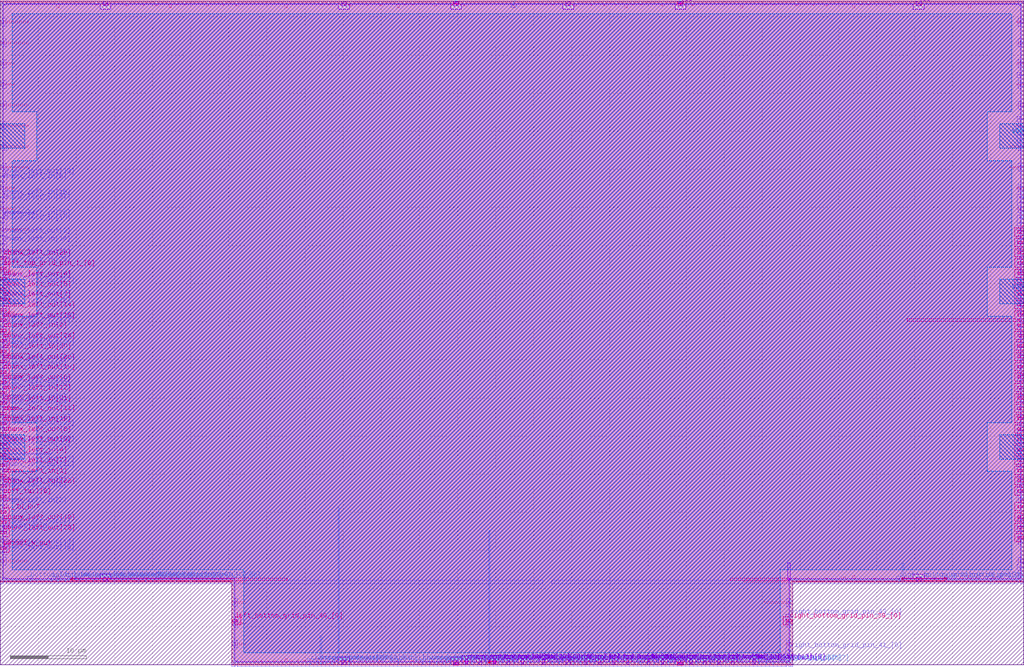
<source format=lef>
VERSION 5.7 ;
BUSBITCHARS "[]" ;

UNITS
  DATABASE MICRONS 1000 ;
END UNITS

MANUFACTURINGGRID 0.005 ;

LAYER li1
  TYPE ROUTING ;
  DIRECTION VERTICAL ;
  PITCH 0.46 ;
  WIDTH 0.17 ;
END li1

LAYER mcon
  TYPE CUT ;
END mcon

LAYER met1
  TYPE ROUTING ;
  DIRECTION HORIZONTAL ;
  PITCH 0.34 ;
  WIDTH 0.14 ;
END met1

LAYER via
  TYPE CUT ;
END via

LAYER met2
  TYPE ROUTING ;
  DIRECTION VERTICAL ;
  PITCH 0.46 ;
  WIDTH 0.14 ;
END met2

LAYER via2
  TYPE CUT ;
END via2

LAYER met3
  TYPE ROUTING ;
  DIRECTION HORIZONTAL ;
  PITCH 0.68 ;
  WIDTH 0.3 ;
END met3

LAYER via3
  TYPE CUT ;
END via3

LAYER met4
  TYPE ROUTING ;
  DIRECTION VERTICAL ;
  PITCH 0.92 ;
  WIDTH 0.3 ;
END met4

LAYER via4
  TYPE CUT ;
END via4

LAYER met5
  TYPE ROUTING ;
  DIRECTION HORIZONTAL ;
  PITCH 3.4 ;
  WIDTH 1.6 ;
END met5

LAYER nwell
  TYPE MASTERSLICE ;
END nwell

LAYER pwell
  TYPE MASTERSLICE ;
END pwell

LAYER OVERLAP
  TYPE OVERLAP ;
END OVERLAP

VIA L1M1_PR
  LAYER li1 ;
    RECT -0.085 -0.085 0.085 0.085 ;
  LAYER mcon ;
    RECT -0.085 -0.085 0.085 0.085 ;
  LAYER met1 ;
    RECT -0.145 -0.115 0.145 0.115 ;
END L1M1_PR

VIA L1M1_PR_R
  LAYER li1 ;
    RECT -0.085 -0.085 0.085 0.085 ;
  LAYER mcon ;
    RECT -0.085 -0.085 0.085 0.085 ;
  LAYER met1 ;
    RECT -0.115 -0.145 0.115 0.145 ;
END L1M1_PR_R

VIA L1M1_PR_M
  LAYER li1 ;
    RECT -0.085 -0.085 0.085 0.085 ;
  LAYER mcon ;
    RECT -0.085 -0.085 0.085 0.085 ;
  LAYER met1 ;
    RECT -0.115 -0.145 0.115 0.145 ;
END L1M1_PR_M

VIA L1M1_PR_MR
  LAYER li1 ;
    RECT -0.085 -0.085 0.085 0.085 ;
  LAYER mcon ;
    RECT -0.085 -0.085 0.085 0.085 ;
  LAYER met1 ;
    RECT -0.145 -0.115 0.145 0.115 ;
END L1M1_PR_MR

VIA L1M1_PR_C
  LAYER li1 ;
    RECT -0.085 -0.085 0.085 0.085 ;
  LAYER mcon ;
    RECT -0.085 -0.085 0.085 0.085 ;
  LAYER met1 ;
    RECT -0.145 -0.145 0.145 0.145 ;
END L1M1_PR_C

VIA M1M2_PR
  LAYER met1 ;
    RECT -0.16 -0.13 0.16 0.13 ;
  LAYER via ;
    RECT -0.075 -0.075 0.075 0.075 ;
  LAYER met2 ;
    RECT -0.13 -0.16 0.13 0.16 ;
END M1M2_PR

VIA M1M2_PR_Enc
  LAYER met1 ;
    RECT -0.16 -0.13 0.16 0.13 ;
  LAYER via ;
    RECT -0.075 -0.075 0.075 0.075 ;
  LAYER met2 ;
    RECT -0.16 -0.13 0.16 0.13 ;
END M1M2_PR_Enc

VIA M1M2_PR_R
  LAYER met1 ;
    RECT -0.13 -0.16 0.13 0.16 ;
  LAYER via ;
    RECT -0.075 -0.075 0.075 0.075 ;
  LAYER met2 ;
    RECT -0.16 -0.13 0.16 0.13 ;
END M1M2_PR_R

VIA M1M2_PR_R_Enc
  LAYER met1 ;
    RECT -0.13 -0.16 0.13 0.16 ;
  LAYER via ;
    RECT -0.075 -0.075 0.075 0.075 ;
  LAYER met2 ;
    RECT -0.13 -0.16 0.13 0.16 ;
END M1M2_PR_R_Enc

VIA M1M2_PR_M
  LAYER met1 ;
    RECT -0.16 -0.13 0.16 0.13 ;
  LAYER via ;
    RECT -0.075 -0.075 0.075 0.075 ;
  LAYER met2 ;
    RECT -0.16 -0.13 0.16 0.13 ;
END M1M2_PR_M

VIA M1M2_PR_M_Enc
  LAYER met1 ;
    RECT -0.16 -0.13 0.16 0.13 ;
  LAYER via ;
    RECT -0.075 -0.075 0.075 0.075 ;
  LAYER met2 ;
    RECT -0.13 -0.16 0.13 0.16 ;
END M1M2_PR_M_Enc

VIA M1M2_PR_MR
  LAYER met1 ;
    RECT -0.13 -0.16 0.13 0.16 ;
  LAYER via ;
    RECT -0.075 -0.075 0.075 0.075 ;
  LAYER met2 ;
    RECT -0.13 -0.16 0.13 0.16 ;
END M1M2_PR_MR

VIA M1M2_PR_MR_Enc
  LAYER met1 ;
    RECT -0.13 -0.16 0.13 0.16 ;
  LAYER via ;
    RECT -0.075 -0.075 0.075 0.075 ;
  LAYER met2 ;
    RECT -0.16 -0.13 0.16 0.13 ;
END M1M2_PR_MR_Enc

VIA M1M2_PR_C
  LAYER met1 ;
    RECT -0.16 -0.16 0.16 0.16 ;
  LAYER via ;
    RECT -0.075 -0.075 0.075 0.075 ;
  LAYER met2 ;
    RECT -0.16 -0.16 0.16 0.16 ;
END M1M2_PR_C

VIA M2M3_PR
  LAYER met2 ;
    RECT -0.14 -0.185 0.14 0.185 ;
  LAYER via2 ;
    RECT -0.1 -0.1 0.1 0.1 ;
  LAYER met3 ;
    RECT -0.165 -0.165 0.165 0.165 ;
END M2M3_PR

VIA M2M3_PR_R
  LAYER met2 ;
    RECT -0.185 -0.14 0.185 0.14 ;
  LAYER via2 ;
    RECT -0.1 -0.1 0.1 0.1 ;
  LAYER met3 ;
    RECT -0.165 -0.165 0.165 0.165 ;
END M2M3_PR_R

VIA M2M3_PR_M
  LAYER met2 ;
    RECT -0.14 -0.185 0.14 0.185 ;
  LAYER via2 ;
    RECT -0.1 -0.1 0.1 0.1 ;
  LAYER met3 ;
    RECT -0.165 -0.165 0.165 0.165 ;
END M2M3_PR_M

VIA M2M3_PR_MR
  LAYER met2 ;
    RECT -0.185 -0.14 0.185 0.14 ;
  LAYER via2 ;
    RECT -0.1 -0.1 0.1 0.1 ;
  LAYER met3 ;
    RECT -0.165 -0.165 0.165 0.165 ;
END M2M3_PR_MR

VIA M2M3_PR_C
  LAYER met2 ;
    RECT -0.185 -0.185 0.185 0.185 ;
  LAYER via2 ;
    RECT -0.1 -0.1 0.1 0.1 ;
  LAYER met3 ;
    RECT -0.165 -0.165 0.165 0.165 ;
END M2M3_PR_C

VIA M3M4_PR
  LAYER met3 ;
    RECT -0.19 -0.16 0.19 0.16 ;
  LAYER via3 ;
    RECT -0.1 -0.1 0.1 0.1 ;
  LAYER met4 ;
    RECT -0.165 -0.165 0.165 0.165 ;
END M3M4_PR

VIA M3M4_PR_R
  LAYER met3 ;
    RECT -0.16 -0.19 0.16 0.19 ;
  LAYER via3 ;
    RECT -0.1 -0.1 0.1 0.1 ;
  LAYER met4 ;
    RECT -0.165 -0.165 0.165 0.165 ;
END M3M4_PR_R

VIA M3M4_PR_M
  LAYER met3 ;
    RECT -0.19 -0.16 0.19 0.16 ;
  LAYER via3 ;
    RECT -0.1 -0.1 0.1 0.1 ;
  LAYER met4 ;
    RECT -0.165 -0.165 0.165 0.165 ;
END M3M4_PR_M

VIA M3M4_PR_MR
  LAYER met3 ;
    RECT -0.16 -0.19 0.16 0.19 ;
  LAYER via3 ;
    RECT -0.1 -0.1 0.1 0.1 ;
  LAYER met4 ;
    RECT -0.165 -0.165 0.165 0.165 ;
END M3M4_PR_MR

VIA M3M4_PR_C
  LAYER met3 ;
    RECT -0.19 -0.19 0.19 0.19 ;
  LAYER via3 ;
    RECT -0.1 -0.1 0.1 0.1 ;
  LAYER met4 ;
    RECT -0.165 -0.165 0.165 0.165 ;
END M3M4_PR_C

VIA M4M5_PR
  LAYER met4 ;
    RECT -0.59 -0.59 0.59 0.59 ;
  LAYER via4 ;
    RECT -0.4 -0.4 0.4 0.4 ;
  LAYER met5 ;
    RECT -0.71 -0.71 0.71 0.71 ;
END M4M5_PR

VIA M4M5_PR_R
  LAYER met4 ;
    RECT -0.59 -0.59 0.59 0.59 ;
  LAYER via4 ;
    RECT -0.4 -0.4 0.4 0.4 ;
  LAYER met5 ;
    RECT -0.71 -0.71 0.71 0.71 ;
END M4M5_PR_R

VIA M4M5_PR_M
  LAYER met4 ;
    RECT -0.59 -0.59 0.59 0.59 ;
  LAYER via4 ;
    RECT -0.4 -0.4 0.4 0.4 ;
  LAYER met5 ;
    RECT -0.71 -0.71 0.71 0.71 ;
END M4M5_PR_M

VIA M4M5_PR_MR
  LAYER met4 ;
    RECT -0.59 -0.59 0.59 0.59 ;
  LAYER via4 ;
    RECT -0.4 -0.4 0.4 0.4 ;
  LAYER met5 ;
    RECT -0.71 -0.71 0.71 0.71 ;
END M4M5_PR_MR

VIA M4M5_PR_C
  LAYER met4 ;
    RECT -0.59 -0.59 0.59 0.59 ;
  LAYER via4 ;
    RECT -0.4 -0.4 0.4 0.4 ;
  LAYER met5 ;
    RECT -0.71 -0.71 0.71 0.71 ;
END M4M5_PR_C

SITE unit
  CLASS CORE ;
  SYMMETRY Y ;
  SIZE 0.46 BY 2.72 ;
END unit

SITE unithddbl
  CLASS CORE ;
  SIZE 0.46 BY 5.44 ;
END unithddbl

MACRO sb_1__2_
  CLASS BLOCK ;
  ORIGIN 0 0 ;
  SIZE 134.32 BY 87.04 ;
  SYMMETRY X Y ;
  PIN pReset[0]
    DIRECTION INPUT ;
    USE SIGNAL ;
    PORT
      LAYER met2 ;
        RECT 67.32 86.555 67.46 87.04 ;
    END
  END pReset[0]
  PIN chanx_right_in[0]
    DIRECTION INPUT ;
    USE SIGNAL ;
    PORT
      LAYER met3 ;
        RECT 133.52 43.03 134.32 43.33 ;
    END
  END chanx_right_in[0]
  PIN chanx_right_in[1]
    DIRECTION INPUT ;
    USE SIGNAL ;
    PORT
      LAYER met1 ;
        RECT 133.725 77.28 134.32 77.42 ;
    END
  END chanx_right_in[1]
  PIN chanx_right_in[2]
    DIRECTION INPUT ;
    USE SIGNAL ;
    PORT
      LAYER met1 ;
        RECT 133.725 61.3 134.32 61.44 ;
    END
  END chanx_right_in[2]
  PIN chanx_right_in[3]
    DIRECTION INPUT ;
    USE SIGNAL ;
    PORT
      LAYER met1 ;
        RECT 133.725 50.42 134.32 50.56 ;
    END
  END chanx_right_in[3]
  PIN chanx_right_in[4]
    DIRECTION INPUT ;
    USE SIGNAL ;
    PORT
      LAYER met3 ;
        RECT 133.52 55.27 134.32 55.57 ;
    END
  END chanx_right_in[4]
  PIN chanx_right_in[5]
    DIRECTION INPUT ;
    USE SIGNAL ;
    PORT
      LAYER met1 ;
        RECT 133.725 53.48 134.32 53.62 ;
    END
  END chanx_right_in[5]
  PIN chanx_right_in[6]
    DIRECTION INPUT ;
    USE SIGNAL ;
    PORT
      LAYER met3 ;
        RECT 133.52 56.63 134.32 56.93 ;
    END
  END chanx_right_in[6]
  PIN chanx_right_in[7]
    DIRECTION INPUT ;
    USE SIGNAL ;
    PORT
      LAYER met1 ;
        RECT 133.725 18.12 134.32 18.26 ;
    END
  END chanx_right_in[7]
  PIN chanx_right_in[8]
    DIRECTION INPUT ;
    USE SIGNAL ;
    PORT
      LAYER met3 ;
        RECT 133.52 36.23 134.32 36.53 ;
    END
  END chanx_right_in[8]
  PIN chanx_right_in[9]
    DIRECTION INPUT ;
    USE SIGNAL ;
    PORT
      LAYER met1 ;
        RECT 133.725 52.46 134.32 52.6 ;
    END
  END chanx_right_in[9]
  PIN chanx_right_in[10]
    DIRECTION INPUT ;
    USE SIGNAL ;
    PORT
      LAYER met3 ;
        RECT 133.52 32.15 134.32 32.45 ;
    END
  END chanx_right_in[10]
  PIN chanx_right_in[11]
    DIRECTION INPUT ;
    USE SIGNAL ;
    PORT
      LAYER met3 ;
        RECT 133.52 34.87 134.32 35.17 ;
    END
  END chanx_right_in[11]
  PIN chanx_right_in[12]
    DIRECTION INPUT ;
    USE SIGNAL ;
    PORT
      LAYER met1 ;
        RECT 133.725 36.14 134.32 36.28 ;
    END
  END chanx_right_in[12]
  PIN chanx_right_in[13]
    DIRECTION INPUT ;
    USE SIGNAL ;
    PORT
      LAYER met1 ;
        RECT 133.725 49.74 134.32 49.88 ;
    END
  END chanx_right_in[13]
  PIN chanx_right_in[14]
    DIRECTION INPUT ;
    USE SIGNAL ;
    PORT
      LAYER met1 ;
        RECT 133.725 60.62 134.32 60.76 ;
    END
  END chanx_right_in[14]
  PIN chanx_right_in[15]
    DIRECTION INPUT ;
    USE SIGNAL ;
    PORT
      LAYER met3 ;
        RECT 133.52 33.51 134.32 33.81 ;
    END
  END chanx_right_in[15]
  PIN chanx_right_in[16]
    DIRECTION INPUT ;
    USE SIGNAL ;
    PORT
      LAYER met3 ;
        RECT 133.52 53.91 134.32 54.21 ;
    END
  END chanx_right_in[16]
  PIN chanx_right_in[17]
    DIRECTION INPUT ;
    USE SIGNAL ;
    PORT
      LAYER met1 ;
        RECT 133.725 23.56 134.32 23.7 ;
    END
  END chanx_right_in[17]
  PIN chanx_right_in[18]
    DIRECTION INPUT ;
    USE SIGNAL ;
    PORT
      LAYER met1 ;
        RECT 133.725 31.72 134.32 31.86 ;
    END
  END chanx_right_in[18]
  PIN chanx_right_in[19]
    DIRECTION INPUT ;
    USE SIGNAL ;
    PORT
      LAYER met1 ;
        RECT 133.725 55.86 134.32 56 ;
    END
  END chanx_right_in[19]
  PIN chanx_right_in[20]
    DIRECTION INPUT ;
    USE SIGNAL ;
    PORT
      LAYER met1 ;
        RECT 133.725 68.78 134.32 68.92 ;
    END
  END chanx_right_in[20]
  PIN chanx_right_in[21]
    DIRECTION INPUT ;
    USE SIGNAL ;
    PORT
      LAYER met1 ;
        RECT 133.725 37.16 134.32 37.3 ;
    END
  END chanx_right_in[21]
  PIN chanx_right_in[22]
    DIRECTION INPUT ;
    USE SIGNAL ;
    PORT
      LAYER met3 ;
        RECT 133.52 52.55 134.32 52.85 ;
    END
  END chanx_right_in[22]
  PIN chanx_right_in[23]
    DIRECTION INPUT ;
    USE SIGNAL ;
    PORT
      LAYER met1 ;
        RECT 133.725 33.76 134.32 33.9 ;
    END
  END chanx_right_in[23]
  PIN chanx_right_in[24]
    DIRECTION INPUT ;
    USE SIGNAL ;
    PORT
      LAYER met1 ;
        RECT 133.725 57.9 134.32 58.04 ;
    END
  END chanx_right_in[24]
  PIN chanx_right_in[25]
    DIRECTION INPUT ;
    USE SIGNAL ;
    PORT
      LAYER met3 ;
        RECT 133.52 45.75 134.32 46.05 ;
    END
  END chanx_right_in[25]
  PIN chanx_right_in[26]
    DIRECTION INPUT ;
    USE SIGNAL ;
    PORT
      LAYER met1 ;
        RECT 133.725 34.44 134.32 34.58 ;
    END
  END chanx_right_in[26]
  PIN chanx_right_in[27]
    DIRECTION INPUT ;
    USE SIGNAL ;
    PORT
      LAYER met1 ;
        RECT 133.725 71.5 134.32 71.64 ;
    END
  END chanx_right_in[27]
  PIN chanx_right_in[28]
    DIRECTION INPUT ;
    USE SIGNAL ;
    PORT
      LAYER met1 ;
        RECT 133.725 41.58 134.32 41.72 ;
    END
  END chanx_right_in[28]
  PIN chanx_right_in[29]
    DIRECTION INPUT ;
    USE SIGNAL ;
    PORT
      LAYER met1 ;
        RECT 133.725 69.46 134.32 69.6 ;
    END
  END chanx_right_in[29]
  PIN right_top_grid_pin_1_[0]
    DIRECTION INPUT ;
    USE SIGNAL ;
    PORT
      LAYER met1 ;
        RECT 133.725 42.26 134.32 42.4 ;
    END
  END right_top_grid_pin_1_[0]
  PIN right_bottom_grid_pin_36_[0]
    DIRECTION INPUT ;
    USE SIGNAL ;
    PORT
      LAYER met2 ;
        RECT 129.88 10.88 130.02 11.365 ;
    END
  END right_bottom_grid_pin_36_[0]
  PIN right_bottom_grid_pin_37_[0]
    DIRECTION INPUT ;
    USE SIGNAL ;
    PORT
      LAYER met1 ;
        RECT 133.725 12.68 134.32 12.82 ;
    END
  END right_bottom_grid_pin_37_[0]
  PIN right_bottom_grid_pin_38_[0]
    DIRECTION INPUT ;
    USE SIGNAL ;
    PORT
      LAYER met2 ;
        RECT 121.14 10.88 121.28 11.365 ;
    END
  END right_bottom_grid_pin_38_[0]
  PIN right_bottom_grid_pin_39_[0]
    DIRECTION INPUT ;
    USE SIGNAL ;
    PORT
      LAYER met3 ;
        RECT 103.16 5.63 103.96 5.93 ;
    END
  END right_bottom_grid_pin_39_[0]
  PIN right_bottom_grid_pin_40_[0]
    DIRECTION INPUT ;
    USE SIGNAL ;
    PORT
      LAYER met2 ;
        RECT 123.9 10.88 124.04 11.365 ;
    END
  END right_bottom_grid_pin_40_[0]
  PIN right_bottom_grid_pin_41_[0]
    DIRECTION INPUT ;
    USE SIGNAL ;
    PORT
      LAYER met1 ;
        RECT 103.365 1.8 103.96 1.94 ;
    END
  END right_bottom_grid_pin_41_[0]
  PIN right_bottom_grid_pin_42_[0]
    DIRECTION INPUT ;
    USE SIGNAL ;
    PORT
      LAYER met2 ;
        RECT 117.92 10.88 118.06 11.365 ;
    END
  END right_bottom_grid_pin_42_[0]
  PIN right_bottom_grid_pin_43_[0]
    DIRECTION INPUT ;
    USE SIGNAL ;
    PORT
      LAYER met1 ;
        RECT 103.365 6.22 103.96 6.36 ;
    END
  END right_bottom_grid_pin_43_[0]
  PIN chany_bottom_in[0]
    DIRECTION INPUT ;
    USE SIGNAL ;
    PORT
      LAYER met4 ;
        RECT 82.19 0 82.49 0.8 ;
    END
  END chany_bottom_in[0]
  PIN chany_bottom_in[1]
    DIRECTION INPUT ;
    USE SIGNAL ;
    PORT
      LAYER met2 ;
        RECT 55.36 0 55.5 0.485 ;
    END
  END chany_bottom_in[1]
  PIN chany_bottom_in[2]
    DIRECTION INPUT ;
    USE SIGNAL ;
    PORT
      LAYER met4 ;
        RECT 68.39 0 68.69 0.8 ;
    END
  END chany_bottom_in[2]
  PIN chany_bottom_in[3]
    DIRECTION INPUT ;
    USE SIGNAL ;
    PORT
      LAYER met2 ;
        RECT 94 0 94.14 0.485 ;
    END
  END chany_bottom_in[3]
  PIN chany_bottom_in[4]
    DIRECTION INPUT ;
    USE SIGNAL ;
    PORT
      LAYER met4 ;
        RECT 80.35 0 80.65 0.8 ;
    END
  END chany_bottom_in[4]
  PIN chany_bottom_in[5]
    DIRECTION INPUT ;
    USE SIGNAL ;
    PORT
      LAYER met4 ;
        RECT 98.75 0 99.05 0.8 ;
    END
  END chany_bottom_in[5]
  PIN chany_bottom_in[6]
    DIRECTION INPUT ;
    USE SIGNAL ;
    PORT
      LAYER met2 ;
        RECT 78.82 0 78.96 0.485 ;
    END
  END chany_bottom_in[6]
  PIN chany_bottom_in[7]
    DIRECTION INPUT ;
    USE SIGNAL ;
    PORT
      LAYER met4 ;
        RECT 66.55 0 66.85 0.8 ;
    END
  END chany_bottom_in[7]
  PIN chany_bottom_in[8]
    DIRECTION INPUT ;
    USE SIGNAL ;
    PORT
      LAYER met4 ;
        RECT 76.67 0 76.97 0.8 ;
    END
  END chany_bottom_in[8]
  PIN chany_bottom_in[9]
    DIRECTION INPUT ;
    USE SIGNAL ;
    PORT
      LAYER met4 ;
        RECT 84.95 0 85.25 0.8 ;
    END
  END chany_bottom_in[9]
  PIN chany_bottom_in[10]
    DIRECTION INPUT ;
    USE SIGNAL ;
    PORT
      LAYER met4 ;
        RECT 92.31 0 92.61 0.8 ;
    END
  END chany_bottom_in[10]
  PIN chany_bottom_in[11]
    DIRECTION INPUT ;
    USE SIGNAL ;
    PORT
      LAYER met2 ;
        RECT 58.12 0 58.26 0.485 ;
    END
  END chany_bottom_in[11]
  PIN chany_bottom_in[12]
    DIRECTION INPUT ;
    USE SIGNAL ;
    PORT
      LAYER met2 ;
        RECT 93.08 0 93.22 0.485 ;
    END
  END chany_bottom_in[12]
  PIN chany_bottom_in[13]
    DIRECTION INPUT ;
    USE SIGNAL ;
    PORT
      LAYER met4 ;
        RECT 71.15 0 71.45 0.8 ;
    END
  END chany_bottom_in[13]
  PIN chany_bottom_in[14]
    DIRECTION INPUT ;
    USE SIGNAL ;
    PORT
      LAYER met2 ;
        RECT 83.88 0 84.02 0.485 ;
    END
  END chany_bottom_in[14]
  PIN chany_bottom_in[15]
    DIRECTION INPUT ;
    USE SIGNAL ;
    PORT
      LAYER met2 ;
        RECT 99.52 0 99.66 0.485 ;
    END
  END chany_bottom_in[15]
  PIN chany_bottom_in[16]
    DIRECTION INPUT ;
    USE SIGNAL ;
    PORT
      LAYER met2 ;
        RECT 100.44 0 100.58 0.485 ;
    END
  END chany_bottom_in[16]
  PIN chany_bottom_in[17]
    DIRECTION INPUT ;
    USE SIGNAL ;
    PORT
      LAYER met4 ;
        RECT 64.71 0 65.01 0.8 ;
    END
  END chany_bottom_in[17]
  PIN chany_bottom_in[18]
    DIRECTION INPUT ;
    USE SIGNAL ;
    PORT
      LAYER met2 ;
        RECT 68.24 0 68.38 0.485 ;
    END
  END chany_bottom_in[18]
  PIN chany_bottom_in[19]
    DIRECTION INPUT ;
    USE SIGNAL ;
    PORT
      LAYER met2 ;
        RECT 85.72 0 85.86 0.485 ;
    END
  END chany_bottom_in[19]
  PIN chany_bottom_in[20]
    DIRECTION INPUT ;
    USE SIGNAL ;
    PORT
      LAYER met2 ;
        RECT 44.78 0 44.92 0.485 ;
    END
  END chany_bottom_in[20]
  PIN chany_bottom_in[21]
    DIRECTION INPUT ;
    USE SIGNAL ;
    PORT
      LAYER met4 ;
        RECT 62.87 0 63.17 0.8 ;
    END
  END chany_bottom_in[21]
  PIN chany_bottom_in[22]
    DIRECTION INPUT ;
    USE SIGNAL ;
    PORT
      LAYER met2 ;
        RECT 59.04 0 59.18 0.485 ;
    END
  END chany_bottom_in[22]
  PIN chany_bottom_in[23]
    DIRECTION INPUT ;
    USE SIGNAL ;
    PORT
      LAYER met2 ;
        RECT 65.48 0 65.62 0.485 ;
    END
  END chany_bottom_in[23]
  PIN chany_bottom_in[24]
    DIRECTION INPUT ;
    USE SIGNAL ;
    PORT
      LAYER met4 ;
        RECT 90.47 0 90.77 0.8 ;
    END
  END chany_bottom_in[24]
  PIN chany_bottom_in[25]
    DIRECTION INPUT ;
    USE SIGNAL ;
    PORT
      LAYER met2 ;
        RECT 87.56 0 87.7 0.485 ;
    END
  END chany_bottom_in[25]
  PIN chany_bottom_in[26]
    DIRECTION INPUT ;
    USE SIGNAL ;
    PORT
      LAYER met4 ;
        RECT 94.15 0 94.45 0.8 ;
    END
  END chany_bottom_in[26]
  PIN chany_bottom_in[27]
    DIRECTION INPUT ;
    USE SIGNAL ;
    PORT
      LAYER met2 ;
        RECT 91.24 0 91.38 0.485 ;
    END
  END chany_bottom_in[27]
  PIN chany_bottom_in[28]
    DIRECTION INPUT ;
    USE SIGNAL ;
    PORT
      LAYER met4 ;
        RECT 78.51 0 78.81 0.8 ;
    END
  END chany_bottom_in[28]
  PIN chany_bottom_in[29]
    DIRECTION INPUT ;
    USE SIGNAL ;
    PORT
      LAYER met2 ;
        RECT 69.16 0 69.3 0.485 ;
    END
  END chany_bottom_in[29]
  PIN bottom_left_grid_pin_44_[0]
    DIRECTION INPUT ;
    USE SIGNAL ;
    PORT
      LAYER met2 ;
        RECT 8.44 10.88 8.58 11.365 ;
    END
  END bottom_left_grid_pin_44_[0]
  PIN bottom_left_grid_pin_45_[0]
    DIRECTION INPUT ;
    USE SIGNAL ;
    PORT
      LAYER met2 ;
        RECT 11.2 10.88 11.34 11.365 ;
    END
  END bottom_left_grid_pin_45_[0]
  PIN bottom_left_grid_pin_46_[0]
    DIRECTION INPUT ;
    USE SIGNAL ;
    PORT
      LAYER met2 ;
        RECT 3.84 10.88 3.98 11.365 ;
    END
  END bottom_left_grid_pin_46_[0]
  PIN bottom_left_grid_pin_47_[0]
    DIRECTION INPUT ;
    USE SIGNAL ;
    PORT
      LAYER met2 ;
        RECT 19.94 10.88 20.08 11.365 ;
    END
  END bottom_left_grid_pin_47_[0]
  PIN bottom_left_grid_pin_48_[0]
    DIRECTION INPUT ;
    USE SIGNAL ;
    PORT
      LAYER met2 ;
        RECT 19.02 10.88 19.16 11.365 ;
    END
  END bottom_left_grid_pin_48_[0]
  PIN bottom_left_grid_pin_49_[0]
    DIRECTION INPUT ;
    USE SIGNAL ;
    PORT
      LAYER met2 ;
        RECT 18.1 10.88 18.24 11.365 ;
    END
  END bottom_left_grid_pin_49_[0]
  PIN bottom_left_grid_pin_50_[0]
    DIRECTION INPUT ;
    USE SIGNAL ;
    PORT
      LAYER met2 ;
        RECT 16.72 10.88 16.86 11.365 ;
    END
  END bottom_left_grid_pin_50_[0]
  PIN bottom_left_grid_pin_51_[0]
    DIRECTION INPUT ;
    USE SIGNAL ;
    PORT
      LAYER met2 ;
        RECT 15.8 10.88 15.94 11.365 ;
    END
  END bottom_left_grid_pin_51_[0]
  PIN chanx_left_in[0]
    DIRECTION INPUT ;
    USE SIGNAL ;
    PORT
      LAYER met1 ;
        RECT 0 38.86 0.595 39 ;
    END
  END chanx_left_in[0]
  PIN chanx_left_in[1]
    DIRECTION INPUT ;
    USE SIGNAL ;
    PORT
      LAYER met3 ;
        RECT 0 24.67 0.8 24.97 ;
    END
  END chanx_left_in[1]
  PIN chanx_left_in[2]
    DIRECTION INPUT ;
    USE SIGNAL ;
    PORT
      LAYER met3 ;
        RECT 0 43.71 0.8 44.01 ;
    END
  END chanx_left_in[2]
  PIN chanx_left_in[3]
    DIRECTION INPUT ;
    USE SIGNAL ;
    PORT
      LAYER met1 ;
        RECT 0 20.84 0.595 20.98 ;
    END
  END chanx_left_in[3]
  PIN chanx_left_in[4]
    DIRECTION INPUT ;
    USE SIGNAL ;
    PORT
      LAYER met3 ;
        RECT 0 27.39 0.8 27.69 ;
    END
  END chanx_left_in[4]
  PIN chanx_left_in[5]
    DIRECTION INPUT ;
    USE SIGNAL ;
    PORT
      LAYER met1 ;
        RECT 0 23.56 0.595 23.7 ;
    END
  END chanx_left_in[5]
  PIN chanx_left_in[6]
    DIRECTION INPUT ;
    USE SIGNAL ;
    PORT
      LAYER met1 ;
        RECT 0 34.44 0.595 34.58 ;
    END
  END chanx_left_in[6]
  PIN chanx_left_in[7]
    DIRECTION INPUT ;
    USE SIGNAL ;
    PORT
      LAYER met3 ;
        RECT 0 26.03 0.8 26.33 ;
    END
  END chanx_left_in[7]
  PIN chanx_left_in[8]
    DIRECTION INPUT ;
    USE SIGNAL ;
    PORT
      LAYER met1 ;
        RECT 0 22.88 0.595 23.02 ;
    END
  END chanx_left_in[8]
  PIN chanx_left_in[9]
    DIRECTION INPUT ;
    USE SIGNAL ;
    PORT
      LAYER met1 ;
        RECT 0 63.34 0.595 63.48 ;
    END
  END chanx_left_in[9]
  PIN chanx_left_in[10]
    DIRECTION INPUT ;
    USE SIGNAL ;
    PORT
      LAYER met1 ;
        RECT 0 57.9 0.595 58.04 ;
    END
  END chanx_left_in[10]
  PIN chanx_left_in[11]
    DIRECTION INPUT ;
    USE SIGNAL ;
    PORT
      LAYER met1 ;
        RECT 0 44.3 0.595 44.44 ;
    END
  END chanx_left_in[11]
  PIN chanx_left_in[12]
    DIRECTION INPUT ;
    USE SIGNAL ;
    PORT
      LAYER met3 ;
        RECT 0 35.55 0.8 35.85 ;
    END
  END chanx_left_in[12]
  PIN chanx_left_in[13]
    DIRECTION INPUT ;
    USE SIGNAL ;
    PORT
      LAYER met1 ;
        RECT 0 42.26 0.595 42.4 ;
    END
  END chanx_left_in[13]
  PIN chanx_left_in[14]
    DIRECTION INPUT ;
    USE SIGNAL ;
    PORT
      LAYER met1 ;
        RECT 0 55.18 0.595 55.32 ;
    END
  END chanx_left_in[14]
  PIN chanx_left_in[15]
    DIRECTION INPUT ;
    USE SIGNAL ;
    PORT
      LAYER met1 ;
        RECT 0 50.42 0.595 50.56 ;
    END
  END chanx_left_in[15]
  PIN chanx_left_in[16]
    DIRECTION INPUT ;
    USE SIGNAL ;
    PORT
      LAYER met1 ;
        RECT 0 61.3 0.595 61.44 ;
    END
  END chanx_left_in[16]
  PIN chanx_left_in[17]
    DIRECTION INPUT ;
    USE SIGNAL ;
    PORT
      LAYER met1 ;
        RECT 0 31.72 0.595 31.86 ;
    END
  END chanx_left_in[17]
  PIN chanx_left_in[18]
    DIRECTION INPUT ;
    USE SIGNAL ;
    PORT
      LAYER met1 ;
        RECT 0 47.02 0.595 47.16 ;
    END
  END chanx_left_in[18]
  PIN chanx_left_in[19]
    DIRECTION INPUT ;
    USE SIGNAL ;
    PORT
      LAYER met3 ;
        RECT 0 31.47 0.8 31.77 ;
    END
  END chanx_left_in[19]
  PIN chanx_left_in[20]
    DIRECTION INPUT ;
    USE SIGNAL ;
    PORT
      LAYER met3 ;
        RECT 0 40.99 0.8 41.29 ;
    END
  END chanx_left_in[20]
  PIN chanx_left_in[21]
    DIRECTION INPUT ;
    USE SIGNAL ;
    PORT
      LAYER met3 ;
        RECT 0 34.19 0.8 34.49 ;
    END
  END chanx_left_in[21]
  PIN chanx_left_in[22]
    DIRECTION INPUT ;
    USE SIGNAL ;
    PORT
      LAYER met1 ;
        RECT 0 28.32 0.595 28.46 ;
    END
  END chanx_left_in[22]
  PIN chanx_left_in[23]
    DIRECTION INPUT ;
    USE SIGNAL ;
    PORT
      LAYER met1 ;
        RECT 0 36.82 0.595 36.96 ;
    END
  END chanx_left_in[23]
  PIN chanx_left_in[24]
    DIRECTION INPUT ;
    USE SIGNAL ;
    PORT
      LAYER met1 ;
        RECT 0 33.76 0.595 33.9 ;
    END
  END chanx_left_in[24]
  PIN chanx_left_in[25]
    DIRECTION INPUT ;
    USE SIGNAL ;
    PORT
      LAYER met1 ;
        RECT 0 52.46 0.595 52.6 ;
    END
  END chanx_left_in[25]
  PIN chanx_left_in[26]
    DIRECTION INPUT ;
    USE SIGNAL ;
    PORT
      LAYER met1 ;
        RECT 0 58.58 0.595 58.72 ;
    END
  END chanx_left_in[26]
  PIN chanx_left_in[27]
    DIRECTION INPUT ;
    USE SIGNAL ;
    PORT
      LAYER met1 ;
        RECT 0 60.62 0.595 60.76 ;
    END
  END chanx_left_in[27]
  PIN chanx_left_in[28]
    DIRECTION INPUT ;
    USE SIGNAL ;
    PORT
      LAYER met3 ;
        RECT 0 53.23 0.8 53.53 ;
    END
  END chanx_left_in[28]
  PIN chanx_left_in[29]
    DIRECTION INPUT ;
    USE SIGNAL ;
    PORT
      LAYER met1 ;
        RECT 0 36.14 0.595 36.28 ;
    END
  END chanx_left_in[29]
  PIN left_top_grid_pin_1_[0]
    DIRECTION INPUT ;
    USE SIGNAL ;
    PORT
      LAYER met3 ;
        RECT 0 51.87 0.8 52.17 ;
    END
  END left_top_grid_pin_1_[0]
  PIN left_bottom_grid_pin_36_[0]
    DIRECTION INPUT ;
    USE SIGNAL ;
    PORT
      LAYER met2 ;
        RECT 12.12 10.88 12.26 11.365 ;
    END
  END left_bottom_grid_pin_36_[0]
  PIN left_bottom_grid_pin_37_[0]
    DIRECTION INPUT ;
    USE SIGNAL ;
    PORT
      LAYER met2 ;
        RECT 6.6 10.88 6.74 11.365 ;
    END
  END left_bottom_grid_pin_37_[0]
  PIN left_bottom_grid_pin_38_[0]
    DIRECTION INPUT ;
    USE SIGNAL ;
    PORT
      LAYER met2 ;
        RECT 10.28 10.88 10.42 11.365 ;
    END
  END left_bottom_grid_pin_38_[0]
  PIN left_bottom_grid_pin_39_[0]
    DIRECTION INPUT ;
    USE SIGNAL ;
    PORT
      LAYER met2 ;
        RECT 9.36 10.88 9.5 11.365 ;
    END
  END left_bottom_grid_pin_39_[0]
  PIN left_bottom_grid_pin_40_[0]
    DIRECTION INPUT ;
    USE SIGNAL ;
    PORT
      LAYER met3 ;
        RECT 30.36 5.63 31.16 5.93 ;
    END
  END left_bottom_grid_pin_40_[0]
  PIN left_bottom_grid_pin_41_[0]
    DIRECTION INPUT ;
    USE SIGNAL ;
    PORT
      LAYER met2 ;
        RECT 13.96 10.88 14.1 11.365 ;
    END
  END left_bottom_grid_pin_41_[0]
  PIN left_bottom_grid_pin_42_[0]
    DIRECTION INPUT ;
    USE SIGNAL ;
    PORT
      LAYER met2 ;
        RECT 7.52 10.88 7.66 11.365 ;
    END
  END left_bottom_grid_pin_42_[0]
  PIN left_bottom_grid_pin_43_[0]
    DIRECTION INPUT ;
    USE SIGNAL ;
    PORT
      LAYER met2 ;
        RECT 14.88 10.88 15.02 11.365 ;
    END
  END left_bottom_grid_pin_43_[0]
  PIN ccff_head[0]
    DIRECTION INPUT ;
    USE SIGNAL ;
    PORT
      LAYER met1 ;
        RECT 133.725 17.44 134.32 17.58 ;
    END
  END ccff_head[0]
  PIN chanx_right_out[0]
    DIRECTION OUTPUT ;
    USE SIGNAL ;
    PORT
      LAYER met3 ;
        RECT 133.52 47.11 134.32 47.41 ;
    END
  END chanx_right_out[0]
  PIN chanx_right_out[1]
    DIRECTION OUTPUT ;
    USE SIGNAL ;
    PORT
      LAYER met1 ;
        RECT 133.725 44.98 134.32 45.12 ;
    END
  END chanx_right_out[1]
  PIN chanx_right_out[2]
    DIRECTION OUTPUT ;
    USE SIGNAL ;
    PORT
      LAYER met1 ;
        RECT 133.725 47.7 134.32 47.84 ;
    END
  END chanx_right_out[2]
  PIN chanx_right_out[3]
    DIRECTION OUTPUT ;
    USE SIGNAL ;
    PORT
      LAYER met3 ;
        RECT 133.52 48.47 134.32 48.77 ;
    END
  END chanx_right_out[3]
  PIN chanx_right_out[4]
    DIRECTION OUTPUT ;
    USE SIGNAL ;
    PORT
      LAYER met3 ;
        RECT 133.52 23.99 134.32 24.29 ;
    END
  END chanx_right_out[4]
  PIN chanx_right_out[5]
    DIRECTION OUTPUT ;
    USE SIGNAL ;
    PORT
      LAYER met3 ;
        RECT 133.52 38.95 134.32 39.25 ;
    END
  END chanx_right_out[5]
  PIN chanx_right_out[6]
    DIRECTION OUTPUT ;
    USE SIGNAL ;
    PORT
      LAYER met3 ;
        RECT 133.52 25.35 134.32 25.65 ;
    END
  END chanx_right_out[6]
  PIN chanx_right_out[7]
    DIRECTION OUTPUT ;
    USE SIGNAL ;
    PORT
      LAYER met3 ;
        RECT 133.52 16.51 134.32 16.81 ;
    END
  END chanx_right_out[7]
  PIN chanx_right_out[8]
    DIRECTION OUTPUT ;
    USE SIGNAL ;
    PORT
      LAYER met1 ;
        RECT 133.725 30.7 134.32 30.84 ;
    END
  END chanx_right_out[8]
  PIN chanx_right_out[9]
    DIRECTION OUTPUT ;
    USE SIGNAL ;
    PORT
      LAYER met1 ;
        RECT 133.725 38.86 134.32 39 ;
    END
  END chanx_right_out[9]
  PIN chanx_right_out[10]
    DIRECTION OUTPUT ;
    USE SIGNAL ;
    PORT
      LAYER met3 ;
        RECT 133.52 26.71 134.32 27.01 ;
    END
  END chanx_right_out[10]
  PIN chanx_right_out[11]
    DIRECTION OUTPUT ;
    USE SIGNAL ;
    PORT
      LAYER met1 ;
        RECT 133.725 25.94 134.32 26.08 ;
    END
  END chanx_right_out[11]
  PIN chanx_right_out[12]
    DIRECTION OUTPUT ;
    USE SIGNAL ;
    PORT
      LAYER met1 ;
        RECT 133.725 29 134.32 29.14 ;
    END
  END chanx_right_out[12]
  PIN chanx_right_out[13]
    DIRECTION OUTPUT ;
    USE SIGNAL ;
    PORT
      LAYER met3 ;
        RECT 133.52 22.63 134.32 22.93 ;
    END
  END chanx_right_out[13]
  PIN chanx_right_out[14]
    DIRECTION OUTPUT ;
    USE SIGNAL ;
    PORT
      LAYER met3 ;
        RECT 133.52 41.67 134.32 41.97 ;
    END
  END chanx_right_out[14]
  PIN chanx_right_out[15]
    DIRECTION OUTPUT ;
    USE SIGNAL ;
    PORT
      LAYER met3 ;
        RECT 133.52 40.31 134.32 40.61 ;
    END
  END chanx_right_out[15]
  PIN chanx_right_out[16]
    DIRECTION OUTPUT ;
    USE SIGNAL ;
    PORT
      LAYER met3 ;
        RECT 133.52 17.87 134.32 18.17 ;
    END
  END chanx_right_out[16]
  PIN chanx_right_out[17]
    DIRECTION OUTPUT ;
    USE SIGNAL ;
    PORT
      LAYER met1 ;
        RECT 133.725 28.32 134.32 28.46 ;
    END
  END chanx_right_out[17]
  PIN chanx_right_out[18]
    DIRECTION OUTPUT ;
    USE SIGNAL ;
    PORT
      LAYER met3 ;
        RECT 133.52 44.39 134.32 44.69 ;
    END
  END chanx_right_out[18]
  PIN chanx_right_out[19]
    DIRECTION OUTPUT ;
    USE SIGNAL ;
    PORT
      LAYER met3 ;
        RECT 133.52 20.59 134.32 20.89 ;
    END
  END chanx_right_out[19]
  PIN chanx_right_out[20]
    DIRECTION OUTPUT ;
    USE SIGNAL ;
    PORT
      LAYER met3 ;
        RECT 133.52 28.07 134.32 28.37 ;
    END
  END chanx_right_out[20]
  PIN chanx_right_out[21]
    DIRECTION OUTPUT ;
    USE SIGNAL ;
    PORT
      LAYER met3 ;
        RECT 133.52 37.59 134.32 37.89 ;
    END
  END chanx_right_out[21]
  PIN chanx_right_out[22]
    DIRECTION OUTPUT ;
    USE SIGNAL ;
    PORT
      LAYER met1 ;
        RECT 133.725 44.3 134.32 44.44 ;
    END
  END chanx_right_out[22]
  PIN chanx_right_out[23]
    DIRECTION OUTPUT ;
    USE SIGNAL ;
    PORT
      LAYER met3 ;
        RECT 133.52 30.79 134.32 31.09 ;
    END
  END chanx_right_out[23]
  PIN chanx_right_out[24]
    DIRECTION OUTPUT ;
    USE SIGNAL ;
    PORT
      LAYER met3 ;
        RECT 133.52 51.19 134.32 51.49 ;
    END
  END chanx_right_out[24]
  PIN chanx_right_out[25]
    DIRECTION OUTPUT ;
    USE SIGNAL ;
    PORT
      LAYER met3 ;
        RECT 133.52 49.83 134.32 50.13 ;
    END
  END chanx_right_out[25]
  PIN chanx_right_out[26]
    DIRECTION OUTPUT ;
    USE SIGNAL ;
    PORT
      LAYER met1 ;
        RECT 133.725 58.58 134.32 58.72 ;
    END
  END chanx_right_out[26]
  PIN chanx_right_out[27]
    DIRECTION OUTPUT ;
    USE SIGNAL ;
    PORT
      LAYER met1 ;
        RECT 133.725 55.18 134.32 55.32 ;
    END
  END chanx_right_out[27]
  PIN chanx_right_out[28]
    DIRECTION OUTPUT ;
    USE SIGNAL ;
    PORT
      LAYER met3 ;
        RECT 133.52 19.23 134.32 19.53 ;
    END
  END chanx_right_out[28]
  PIN chanx_right_out[29]
    DIRECTION OUTPUT ;
    USE SIGNAL ;
    PORT
      LAYER met3 ;
        RECT 133.52 29.43 134.32 29.73 ;
    END
  END chanx_right_out[29]
  PIN chany_bottom_out[0]
    DIRECTION OUTPUT ;
    USE SIGNAL ;
    PORT
      LAYER met2 ;
        RECT 75.14 0 75.28 0.485 ;
    END
  END chany_bottom_out[0]
  PIN chany_bottom_out[1]
    DIRECTION OUTPUT ;
    USE SIGNAL ;
    PORT
      LAYER met2 ;
        RECT 45.7 0 45.84 0.485 ;
    END
  END chany_bottom_out[1]
  PIN chany_bottom_out[2]
    DIRECTION OUTPUT ;
    USE SIGNAL ;
    PORT
      LAYER met2 ;
        RECT 42.48 0 42.62 0.485 ;
    END
  END chany_bottom_out[2]
  PIN chany_bottom_out[3]
    DIRECTION OUTPUT ;
    USE SIGNAL ;
    PORT
      LAYER met2 ;
        RECT 72.38 0 72.52 0.485 ;
    END
  END chany_bottom_out[3]
  PIN chany_bottom_out[4]
    DIRECTION OUTPUT ;
    USE SIGNAL ;
    PORT
      LAYER met4 ;
        RECT 86.79 0 87.09 0.8 ;
    END
  END chany_bottom_out[4]
  PIN chany_bottom_out[5]
    DIRECTION OUTPUT ;
    USE SIGNAL ;
    PORT
      LAYER met2 ;
        RECT 41.56 0 41.7 0.485 ;
    END
  END chany_bottom_out[5]
  PIN chany_bottom_out[6]
    DIRECTION OUTPUT ;
    USE SIGNAL ;
    PORT
      LAYER met2 ;
        RECT 52.14 0 52.28 0.485 ;
    END
  END chany_bottom_out[6]
  PIN chany_bottom_out[7]
    DIRECTION OUTPUT ;
    USE SIGNAL ;
    PORT
      LAYER met2 ;
        RECT 101.36 0 101.5 0.485 ;
    END
  END chany_bottom_out[7]
  PIN chany_bottom_out[8]
    DIRECTION OUTPUT ;
    USE SIGNAL ;
    PORT
      LAYER met2 ;
        RECT 40.64 0 40.78 0.485 ;
    END
  END chany_bottom_out[8]
  PIN chany_bottom_out[9]
    DIRECTION OUTPUT ;
    USE SIGNAL ;
    PORT
      LAYER met2 ;
        RECT 74.22 0 74.36 0.485 ;
    END
  END chany_bottom_out[9]
  PIN chany_bottom_out[10]
    DIRECTION OUTPUT ;
    USE SIGNAL ;
    PORT
      LAYER met2 ;
        RECT 76.98 0 77.12 0.485 ;
    END
  END chany_bottom_out[10]
  PIN chany_bottom_out[11]
    DIRECTION OUTPUT ;
    USE SIGNAL ;
    PORT
      LAYER met2 ;
        RECT 86.64 0 86.78 0.485 ;
    END
  END chany_bottom_out[11]
  PIN chany_bottom_out[12]
    DIRECTION OUTPUT ;
    USE SIGNAL ;
    PORT
      LAYER met2 ;
        RECT 62.72 0 62.86 0.485 ;
    END
  END chany_bottom_out[12]
  PIN chany_bottom_out[13]
    DIRECTION OUTPUT ;
    USE SIGNAL ;
    PORT
      LAYER met4 ;
        RECT 95.99 0 96.29 0.8 ;
    END
  END chany_bottom_out[13]
  PIN chany_bottom_out[14]
    DIRECTION OUTPUT ;
    USE SIGNAL ;
    PORT
      LAYER met2 ;
        RECT 64.56 0 64.7 0.485 ;
    END
  END chany_bottom_out[14]
  PIN chany_bottom_out[15]
    DIRECTION OUTPUT ;
    USE SIGNAL ;
    PORT
      LAYER met2 ;
        RECT 57.2 0 57.34 0.485 ;
    END
  END chany_bottom_out[15]
  PIN chany_bottom_out[16]
    DIRECTION OUTPUT ;
    USE SIGNAL ;
    PORT
      LAYER met2 ;
        RECT 92.16 0 92.3 0.485 ;
    END
  END chany_bottom_out[16]
  PIN chany_bottom_out[17]
    DIRECTION OUTPUT ;
    USE SIGNAL ;
    PORT
      LAYER met4 ;
        RECT 61.03 0 61.33 0.8 ;
    END
  END chany_bottom_out[17]
  PIN chany_bottom_out[18]
    DIRECTION OUTPUT ;
    USE SIGNAL ;
    PORT
      LAYER met2 ;
        RECT 63.64 0 63.78 0.485 ;
    END
  END chany_bottom_out[18]
  PIN chany_bottom_out[19]
    DIRECTION OUTPUT ;
    USE SIGNAL ;
    PORT
      LAYER met2 ;
        RECT 66.4 0 66.54 0.485 ;
    END
  END chany_bottom_out[19]
  PIN chany_bottom_out[20]
    DIRECTION OUTPUT ;
    USE SIGNAL ;
    PORT
      LAYER met2 ;
        RECT 76.06 0 76.2 0.485 ;
    END
  END chany_bottom_out[20]
  PIN chany_bottom_out[21]
    DIRECTION OUTPUT ;
    USE SIGNAL ;
    PORT
      LAYER met2 ;
        RECT 73.3 0 73.44 0.485 ;
    END
  END chany_bottom_out[21]
  PIN chany_bottom_out[22]
    DIRECTION OUTPUT ;
    USE SIGNAL ;
    PORT
      LAYER met2 ;
        RECT 84.8 0 84.94 0.485 ;
    END
  END chany_bottom_out[22]
  PIN chany_bottom_out[23]
    DIRECTION OUTPUT ;
    USE SIGNAL ;
    PORT
      LAYER met2 ;
        RECT 61.8 0 61.94 0.485 ;
    END
  END chany_bottom_out[23]
  PIN chany_bottom_out[24]
    DIRECTION OUTPUT ;
    USE SIGNAL ;
    PORT
      LAYER met2 ;
        RECT 56.28 0 56.42 0.485 ;
    END
  END chany_bottom_out[24]
  PIN chany_bottom_out[25]
    DIRECTION OUTPUT ;
    USE SIGNAL ;
    PORT
      LAYER met2 ;
        RECT 67.32 0 67.46 0.485 ;
    END
  END chany_bottom_out[25]
  PIN chany_bottom_out[26]
    DIRECTION OUTPUT ;
    USE SIGNAL ;
    PORT
      LAYER met2 ;
        RECT 88.48 0 88.62 0.485 ;
    END
  END chany_bottom_out[26]
  PIN chany_bottom_out[27]
    DIRECTION OUTPUT ;
    USE SIGNAL ;
    PORT
      LAYER met2 ;
        RECT 80.2 0 80.34 0.485 ;
    END
  END chany_bottom_out[27]
  PIN chany_bottom_out[28]
    DIRECTION OUTPUT ;
    USE SIGNAL ;
    PORT
      LAYER met2 ;
        RECT 77.9 0 78.04 0.485 ;
    END
  END chany_bottom_out[28]
  PIN chany_bottom_out[29]
    DIRECTION OUTPUT ;
    USE SIGNAL ;
    PORT
      LAYER met2 ;
        RECT 90.32 0 90.46 0.485 ;
    END
  END chany_bottom_out[29]
  PIN chanx_left_out[0]
    DIRECTION OUTPUT ;
    USE SIGNAL ;
    PORT
      LAYER met1 ;
        RECT 0 53.48 0.595 53.62 ;
    END
  END chanx_left_out[0]
  PIN chanx_left_out[1]
    DIRECTION OUTPUT ;
    USE SIGNAL ;
    PORT
      LAYER met1 ;
        RECT 0 48.04 0.595 48.18 ;
    END
  END chanx_left_out[1]
  PIN chanx_left_out[2]
    DIRECTION OUTPUT ;
    USE SIGNAL ;
    PORT
      LAYER met1 ;
        RECT 0 56.2 0.595 56.34 ;
    END
  END chanx_left_out[2]
  PIN chanx_left_out[3]
    DIRECTION OUTPUT ;
    USE SIGNAL ;
    PORT
      LAYER met3 ;
        RECT 0 47.79 0.8 48.09 ;
    END
  END chanx_left_out[3]
  PIN chanx_left_out[4]
    DIRECTION OUTPUT ;
    USE SIGNAL ;
    PORT
      LAYER met3 ;
        RECT 0 50.51 0.8 50.81 ;
    END
  END chanx_left_out[4]
  PIN chanx_left_out[5]
    DIRECTION OUTPUT ;
    USE SIGNAL ;
    PORT
      LAYER met3 ;
        RECT 0 49.15 0.8 49.45 ;
    END
  END chanx_left_out[5]
  PIN chanx_left_out[6]
    DIRECTION OUTPUT ;
    USE SIGNAL ;
    PORT
      LAYER met3 ;
        RECT 0 36.91 0.8 37.21 ;
    END
  END chanx_left_out[6]
  PIN chanx_left_out[7]
    DIRECTION OUTPUT ;
    USE SIGNAL ;
    PORT
      LAYER met1 ;
        RECT 0 18.12 0.595 18.26 ;
    END
  END chanx_left_out[7]
  PIN chanx_left_out[8]
    DIRECTION OUTPUT ;
    USE SIGNAL ;
    PORT
      LAYER met3 ;
        RECT 0 30.11 0.8 30.41 ;
    END
  END chanx_left_out[8]
  PIN chanx_left_out[9]
    DIRECTION OUTPUT ;
    USE SIGNAL ;
    PORT
      LAYER met3 ;
        RECT 0 28.75 0.8 29.05 ;
    END
  END chanx_left_out[9]
  PIN chanx_left_out[10]
    DIRECTION OUTPUT ;
    USE SIGNAL ;
    PORT
      LAYER met3 ;
        RECT 0 38.27 0.8 38.57 ;
    END
  END chanx_left_out[10]
  PIN chanx_left_out[11]
    DIRECTION OUTPUT ;
    USE SIGNAL ;
    PORT
      LAYER met3 ;
        RECT 0 32.83 0.8 33.13 ;
    END
  END chanx_left_out[11]
  PIN chanx_left_out[12]
    DIRECTION OUTPUT ;
    USE SIGNAL ;
    PORT
      LAYER met1 ;
        RECT 0 25.6 0.595 25.74 ;
    END
  END chanx_left_out[12]
  PIN chanx_left_out[13]
    DIRECTION OUTPUT ;
    USE SIGNAL ;
    PORT
      LAYER met1 ;
        RECT 0 15.4 0.595 15.54 ;
    END
  END chanx_left_out[13]
  PIN chanx_left_out[14]
    DIRECTION OUTPUT ;
    USE SIGNAL ;
    PORT
      LAYER met3 ;
        RECT 0 46.43 0.8 46.73 ;
    END
  END chanx_left_out[14]
  PIN chanx_left_out[15]
    DIRECTION OUTPUT ;
    USE SIGNAL ;
    PORT
      LAYER met3 ;
        RECT 0 45.07 0.8 45.37 ;
    END
  END chanx_left_out[15]
  PIN chanx_left_out[16]
    DIRECTION OUTPUT ;
    USE SIGNAL ;
    PORT
      LAYER met1 ;
        RECT 0 14.72 0.595 14.86 ;
    END
  END chanx_left_out[16]
  PIN chanx_left_out[17]
    DIRECTION OUTPUT ;
    USE SIGNAL ;
    PORT
      LAYER met1 ;
        RECT 0 26.28 0.595 26.42 ;
    END
  END chanx_left_out[17]
  PIN chanx_left_out[18]
    DIRECTION OUTPUT ;
    USE SIGNAL ;
    PORT
      LAYER met1 ;
        RECT 0 64.02 0.595 64.16 ;
    END
  END chanx_left_out[18]
  PIN chanx_left_out[19]
    DIRECTION OUTPUT ;
    USE SIGNAL ;
    PORT
      LAYER met3 ;
        RECT 0 18.55 0.8 18.85 ;
    END
  END chanx_left_out[19]
  PIN chanx_left_out[20]
    DIRECTION OUTPUT ;
    USE SIGNAL ;
    PORT
      LAYER met1 ;
        RECT 0 41.58 0.595 41.72 ;
    END
  END chanx_left_out[20]
  PIN chanx_left_out[21]
    DIRECTION OUTPUT ;
    USE SIGNAL ;
    PORT
      LAYER met1 ;
        RECT 0 39.54 0.595 39.68 ;
    END
  END chanx_left_out[21]
  PIN chanx_left_out[22]
    DIRECTION OUTPUT ;
    USE SIGNAL ;
    PORT
      LAYER met3 ;
        RECT 0 23.31 0.8 23.61 ;
    END
  END chanx_left_out[22]
  PIN chanx_left_out[23]
    DIRECTION OUTPUT ;
    USE SIGNAL ;
    PORT
      LAYER met1 ;
        RECT 0 31.04 0.595 31.18 ;
    END
  END chanx_left_out[23]
  PIN chanx_left_out[24]
    DIRECTION OUTPUT ;
    USE SIGNAL ;
    PORT
      LAYER met3 ;
        RECT 0 42.35 0.8 42.65 ;
    END
  END chanx_left_out[24]
  PIN chanx_left_out[25]
    DIRECTION OUTPUT ;
    USE SIGNAL ;
    PORT
      LAYER met1 ;
        RECT 0 44.98 0.595 45.12 ;
    END
  END chanx_left_out[25]
  PIN chanx_left_out[26]
    DIRECTION OUTPUT ;
    USE SIGNAL ;
    PORT
      LAYER met3 ;
        RECT 0 39.63 0.8 39.93 ;
    END
  END chanx_left_out[26]
  PIN chanx_left_out[27]
    DIRECTION OUTPUT ;
    USE SIGNAL ;
    PORT
      LAYER met1 ;
        RECT 0 49.74 0.595 49.88 ;
    END
  END chanx_left_out[27]
  PIN chanx_left_out[28]
    DIRECTION OUTPUT ;
    USE SIGNAL ;
    PORT
      LAYER met3 ;
        RECT 0 17.19 0.8 17.49 ;
    END
  END chanx_left_out[28]
  PIN chanx_left_out[29]
    DIRECTION OUTPUT ;
    USE SIGNAL ;
    PORT
      LAYER met1 ;
        RECT 0 29 0.595 29.14 ;
    END
  END chanx_left_out[29]
  PIN ccff_tail[0]
    DIRECTION OUTPUT ;
    USE SIGNAL ;
    PORT
      LAYER met3 ;
        RECT 0 21.95 0.8 22.25 ;
    END
  END ccff_tail[0]
  PIN SC_IN_BOT
    DIRECTION INPUT ;
    USE SIGNAL ;
    PORT
      LAYER met3 ;
        RECT 0 19.91 0.8 20.21 ;
    END
  END SC_IN_BOT
  PIN SC_OUT_BOT
    DIRECTION OUTPUT ;
    USE SIGNAL ;
    PORT
      LAYER met1 ;
        RECT 133.725 22.54 134.32 22.68 ;
    END
  END SC_OUT_BOT
  PIN pReset_S_in
    DIRECTION INPUT ;
    USE SIGNAL ;
    PORT
      LAYER met2 ;
        RECT 60.88 0 61.02 0.485 ;
    END
  END pReset_S_in
  PIN pReset_E_in
    DIRECTION INPUT ;
    USE SIGNAL ;
    PORT
      LAYER met1 ;
        RECT 133.725 39.88 134.32 40.02 ;
    END
  END pReset_E_in
  PIN pReset_W_in
    DIRECTION INPUT ;
    USE SIGNAL ;
    PORT
      LAYER met1 ;
        RECT 0 17.44 0.595 17.58 ;
    END
  END pReset_W_in
  PIN pReset_W_out
    DIRECTION OUTPUT ;
    USE SIGNAL ;
    PORT
      LAYER met3 ;
        RECT 0 15.15 0.8 15.45 ;
    END
  END pReset_W_out
  PIN pReset_E_out
    DIRECTION OUTPUT ;
    USE SIGNAL ;
    PORT
      LAYER met1 ;
        RECT 133.725 47.02 134.32 47.16 ;
    END
  END pReset_E_out
  PIN prog_clk_0_S_in
    DIRECTION INPUT ;
    USE CLOCK ;
    PORT
      LAYER met2 ;
        RECT 43.4 0 43.54 0.485 ;
    END
  END prog_clk_0_S_in
  PIN VDD
    DIRECTION INPUT ;
    USE POWER ;
    PORT
      LAYER met5 ;
        RECT 0 26.96 3.2 30.16 ;
        RECT 131.12 26.96 134.32 30.16 ;
        RECT 0 67.76 3.2 70.96 ;
        RECT 131.12 67.76 134.32 70.96 ;
      LAYER met4 ;
        RECT 44.78 0 45.38 0.6 ;
        RECT 74.22 0 74.82 0.6 ;
        RECT 13.5 10.88 14.1 11.48 ;
        RECT 120.22 10.88 120.82 11.48 ;
        RECT 13.5 86.44 14.1 87.04 ;
        RECT 44.78 86.44 45.38 87.04 ;
        RECT 74.22 86.44 74.82 87.04 ;
        RECT 120.22 86.44 120.82 87.04 ;
      LAYER met1 ;
        RECT 30.36 2.48 30.84 2.96 ;
        RECT 103.48 2.48 103.96 2.96 ;
        RECT 30.36 7.92 30.84 8.4 ;
        RECT 103.48 7.92 103.96 8.4 ;
        RECT 0 13.36 0.48 13.84 ;
        RECT 133.84 13.36 134.32 13.84 ;
        RECT 0 18.8 0.48 19.28 ;
        RECT 133.84 18.8 134.32 19.28 ;
        RECT 0 24.24 0.48 24.72 ;
        RECT 133.84 24.24 134.32 24.72 ;
        RECT 0 29.68 0.48 30.16 ;
        RECT 133.84 29.68 134.32 30.16 ;
        RECT 0 35.12 0.48 35.6 ;
        RECT 133.84 35.12 134.32 35.6 ;
        RECT 0 40.56 0.48 41.04 ;
        RECT 133.84 40.56 134.32 41.04 ;
        RECT 0 46 0.48 46.48 ;
        RECT 133.84 46 134.32 46.48 ;
        RECT 0 51.44 0.48 51.92 ;
        RECT 133.84 51.44 134.32 51.92 ;
        RECT 0 56.88 0.48 57.36 ;
        RECT 133.84 56.88 134.32 57.36 ;
        RECT 0 62.32 0.48 62.8 ;
        RECT 133.84 62.32 134.32 62.8 ;
        RECT 0 67.76 0.48 68.24 ;
        RECT 133.84 67.76 134.32 68.24 ;
        RECT 0 73.2 0.48 73.68 ;
        RECT 133.84 73.2 134.32 73.68 ;
        RECT 0 78.64 0.48 79.12 ;
        RECT 133.84 78.64 134.32 79.12 ;
        RECT 0 84.08 0.48 84.56 ;
        RECT 133.84 84.08 134.32 84.56 ;
    END
  END VDD
  PIN VSS
    DIRECTION INPUT ;
    USE GROUND ;
    PORT
      LAYER met5 ;
        RECT 0 47.36 3.2 50.56 ;
        RECT 131.12 47.36 134.32 50.56 ;
      LAYER met4 ;
        RECT 59.5 0 60.1 0.6 ;
        RECT 88.94 0 89.54 0.6 ;
        RECT 59.5 86.44 60.1 87.04 ;
        RECT 88.94 86.44 89.54 87.04 ;
      LAYER met1 ;
        RECT 30.36 -0.24 30.84 0.24 ;
        RECT 103.48 -0.24 103.96 0.24 ;
        RECT 30.36 5.2 30.84 5.68 ;
        RECT 103.48 5.2 103.96 5.68 ;
        RECT 0 10.64 0.48 11.12 ;
        RECT 133.84 10.64 134.32 11.12 ;
        RECT 0 16.08 0.48 16.56 ;
        RECT 133.84 16.08 134.32 16.56 ;
        RECT 0 21.52 0.48 22 ;
        RECT 133.84 21.52 134.32 22 ;
        RECT 0 26.96 0.48 27.44 ;
        RECT 133.84 26.96 134.32 27.44 ;
        RECT 0 32.4 0.48 32.88 ;
        RECT 133.84 32.4 134.32 32.88 ;
        RECT 0 37.84 0.48 38.32 ;
        RECT 133.84 37.84 134.32 38.32 ;
        RECT 0 43.28 0.48 43.76 ;
        RECT 133.84 43.28 134.32 43.76 ;
        RECT 0 48.72 0.48 49.2 ;
        RECT 133.84 48.72 134.32 49.2 ;
        RECT 0 54.16 0.48 54.64 ;
        RECT 133.84 54.16 134.32 54.64 ;
        RECT 0 59.6 0.48 60.08 ;
        RECT 133.84 59.6 134.32 60.08 ;
        RECT 0 65.04 0.48 65.52 ;
        RECT 133.84 65.04 134.32 65.52 ;
        RECT 0 70.48 0.48 70.96 ;
        RECT 133.84 70.48 134.32 70.96 ;
        RECT 0 75.92 0.48 76.4 ;
        RECT 133.84 75.92 134.32 76.4 ;
        RECT 0 81.36 0.48 81.84 ;
        RECT 133.84 81.36 134.32 81.84 ;
        RECT 0 86.8 0.48 87.28 ;
        RECT 133.84 86.8 134.32 87.28 ;
    END
  END VSS
  OBS
    LAYER met2 ;
      RECT 89.1 86.735 89.38 87.105 ;
      RECT 59.66 86.735 59.94 87.105 ;
      POLYGON 44.46 20.64 44.46 0.24 44.5 0.24 44.5 0.1 44.32 0.1 44.32 20.64 ;
      POLYGON 64.24 17.58 64.24 0.525 64.31 0.525 64.31 0.155 64.03 0.155 64.03 0.525 64.1 0.525 64.1 17.58 ;
      POLYGON 118.52 13.33 118.52 11.405 118.59 11.405 118.59 11.035 118.31 11.035 118.31 11.405 118.38 11.405 118.38 13.33 ;
      RECT 121.54 11.57 121.8 11.89 ;
      RECT 9.76 11.23 10.02 11.55 ;
      POLYGON 42.16 3.81 42.16 0.24 42.2 0.24 42.2 0.1 42.02 0.1 42.02 3.81 ;
      RECT 91.64 0.69 91.9 1.01 ;
      RECT 75.54 0.69 75.8 1.01 ;
      RECT 89.1 -0.065 89.38 0.305 ;
      RECT 59.66 -0.065 59.94 0.305 ;
      POLYGON 134.04 86.76 134.04 11.16 130.3 11.16 130.3 11.645 129.6 11.645 129.6 11.16 124.32 11.16 124.32 11.645 123.62 11.645 123.62 11.16 121.56 11.16 121.56 11.645 120.86 11.645 120.86 11.16 118.34 11.16 118.34 11.645 117.64 11.645 117.64 11.16 103.68 11.16 103.68 0.28 101.78 0.28 101.78 0.765 101.08 0.765 101.08 0.28 100.86 0.28 100.86 0.765 100.16 0.765 100.16 0.28 99.94 0.28 99.94 0.765 99.24 0.765 99.24 0.28 94.42 0.28 94.42 0.765 93.72 0.765 93.72 0.28 93.5 0.28 93.5 0.765 92.8 0.765 92.8 0.28 92.58 0.28 92.58 0.765 91.88 0.765 91.88 0.28 91.66 0.28 91.66 0.765 90.96 0.765 90.96 0.28 90.74 0.28 90.74 0.765 90.04 0.765 90.04 0.28 88.9 0.28 88.9 0.765 88.2 0.765 88.2 0.28 87.98 0.28 87.98 0.765 87.28 0.765 87.28 0.28 87.06 0.28 87.06 0.765 86.36 0.765 86.36 0.28 86.14 0.28 86.14 0.765 85.44 0.765 85.44 0.28 85.22 0.28 85.22 0.765 84.52 0.765 84.52 0.28 84.3 0.28 84.3 0.765 83.6 0.765 83.6 0.28 80.62 0.28 80.62 0.765 79.92 0.765 79.92 0.28 79.24 0.28 79.24 0.765 78.54 0.765 78.54 0.28 78.32 0.28 78.32 0.765 77.62 0.765 77.62 0.28 77.4 0.28 77.4 0.765 76.7 0.765 76.7 0.28 76.48 0.28 76.48 0.765 75.78 0.765 75.78 0.28 75.56 0.28 75.56 0.765 74.86 0.765 74.86 0.28 74.64 0.28 74.64 0.765 73.94 0.765 73.94 0.28 73.72 0.28 73.72 0.765 73.02 0.765 73.02 0.28 72.8 0.28 72.8 0.765 72.1 0.765 72.1 0.28 69.58 0.28 69.58 0.765 68.88 0.765 68.88 0.28 68.66 0.28 68.66 0.765 67.96 0.765 67.96 0.28 67.74 0.28 67.74 0.765 67.04 0.765 67.04 0.28 66.82 0.28 66.82 0.765 66.12 0.765 66.12 0.28 65.9 0.28 65.9 0.765 65.2 0.765 65.2 0.28 64.98 0.28 64.98 0.765 64.28 0.765 64.28 0.28 64.06 0.28 64.06 0.765 63.36 0.765 63.36 0.28 63.14 0.28 63.14 0.765 62.44 0.765 62.44 0.28 62.22 0.28 62.22 0.765 61.52 0.765 61.52 0.28 61.3 0.28 61.3 0.765 60.6 0.765 60.6 0.28 59.46 0.28 59.46 0.765 58.76 0.765 58.76 0.28 58.54 0.28 58.54 0.765 57.84 0.765 57.84 0.28 57.62 0.28 57.62 0.765 56.92 0.765 56.92 0.28 56.7 0.28 56.7 0.765 56 0.765 56 0.28 55.78 0.28 55.78 0.765 55.08 0.765 55.08 0.28 52.56 0.28 52.56 0.765 51.86 0.765 51.86 0.28 46.12 0.28 46.12 0.765 45.42 0.765 45.42 0.28 45.2 0.28 45.2 0.765 44.5 0.765 44.5 0.28 43.82 0.28 43.82 0.765 43.12 0.765 43.12 0.28 42.9 0.28 42.9 0.765 42.2 0.765 42.2 0.28 41.98 0.28 41.98 0.765 41.28 0.765 41.28 0.28 41.06 0.28 41.06 0.765 40.36 0.765 40.36 0.28 30.64 0.28 30.64 11.16 20.36 11.16 20.36 11.645 19.66 11.645 19.66 11.16 19.44 11.16 19.44 11.645 18.74 11.645 18.74 11.16 18.52 11.16 18.52 11.645 17.82 11.645 17.82 11.16 17.14 11.16 17.14 11.645 16.44 11.645 16.44 11.16 16.22 11.16 16.22 11.645 15.52 11.645 15.52 11.16 15.3 11.16 15.3 11.645 14.6 11.645 14.6 11.16 14.38 11.16 14.38 11.645 13.68 11.645 13.68 11.16 12.54 11.16 12.54 11.645 11.84 11.645 11.84 11.16 11.62 11.16 11.62 11.645 10.92 11.645 10.92 11.16 10.7 11.16 10.7 11.645 10 11.645 10 11.16 9.78 11.16 9.78 11.645 9.08 11.645 9.08 11.16 8.86 11.16 8.86 11.645 8.16 11.645 8.16 11.16 7.94 11.16 7.94 11.645 7.24 11.645 7.24 11.16 7.02 11.16 7.02 11.645 6.32 11.645 6.32 11.16 4.26 11.16 4.26 11.645 3.56 11.645 3.56 11.16 0.28 11.16 0.28 86.76 67.04 86.76 67.04 86.275 67.74 86.275 67.74 86.76 ;
    LAYER met3 ;
      POLYGON 89.405 87.085 89.405 87.08 89.62 87.08 89.62 86.76 89.405 86.76 89.405 86.755 89.075 86.755 89.075 86.76 88.86 86.76 88.86 87.08 89.075 87.08 89.075 87.085 ;
      POLYGON 59.965 87.085 59.965 87.08 60.18 87.08 60.18 86.76 59.965 86.76 59.965 86.755 59.635 86.755 59.635 86.76 59.42 86.76 59.42 87.08 59.635 87.08 59.635 87.085 ;
      POLYGON 133.12 45.37 133.12 45.35 133.67 45.35 133.67 45.07 118.99 45.07 118.99 45.37 ;
      POLYGON 1.315 33.825 1.315 33.81 2.45 33.81 2.45 33.51 1.315 33.51 1.315 33.495 0.985 33.495 0.985 33.825 ;
      POLYGON 124.135 11.385 124.135 11.055 123.805 11.055 123.805 11.07 118.615 11.07 118.615 11.055 118.285 11.055 118.285 11.385 118.615 11.385 118.615 11.37 123.805 11.37 123.805 11.385 ;
      POLYGON 9.595 11.385 9.595 11.37 37.64 11.37 37.64 11.07 9.595 11.07 9.595 11.055 9.265 11.055 9.265 11.385 ;
      POLYGON 103.69 11.38 103.69 11.06 103.31 11.06 103.31 11.07 95.76 11.07 95.76 11.37 103.31 11.37 103.31 11.38 ;
      POLYGON 61.33 1.17 61.33 0.5 61.37 0.5 61.37 0.18 60.99 0.18 60.99 0.5 61.03 0.5 61.03 1.17 ;
      POLYGON 64.335 0.505 64.335 0.49 64.67 0.49 64.67 0.5 65.05 0.5 65.05 0.18 64.67 0.18 64.67 0.19 64.335 0.19 64.335 0.175 64.005 0.175 64.005 0.505 ;
      POLYGON 89.405 0.285 89.405 0.28 89.62 0.28 89.62 -0.04 89.405 -0.04 89.405 -0.045 89.075 -0.045 89.075 -0.04 88.86 -0.04 88.86 0.28 89.075 0.28 89.075 0.285 ;
      POLYGON 59.965 0.285 59.965 0.28 60.18 0.28 60.18 -0.04 59.965 -0.04 59.965 -0.045 59.635 -0.045 59.635 -0.04 59.42 -0.04 59.42 0.28 59.635 0.28 59.635 0.285 ;
      POLYGON 133.92 86.64 133.92 57.33 133.12 57.33 133.12 56.23 133.92 56.23 133.92 55.97 133.12 55.97 133.12 54.87 133.92 54.87 133.92 54.61 133.12 54.61 133.12 53.51 133.92 53.51 133.92 53.25 133.12 53.25 133.12 52.15 133.92 52.15 133.92 51.89 133.12 51.89 133.12 50.79 133.92 50.79 133.92 50.53 133.12 50.53 133.12 49.43 133.92 49.43 133.92 49.17 133.12 49.17 133.12 48.07 133.92 48.07 133.92 47.81 133.12 47.81 133.12 46.71 133.92 46.71 133.92 46.45 133.12 46.45 133.12 45.35 133.92 45.35 133.92 45.09 133.12 45.09 133.12 43.99 133.92 43.99 133.92 43.73 133.12 43.73 133.12 42.63 133.92 42.63 133.92 42.37 133.12 42.37 133.12 41.27 133.92 41.27 133.92 41.01 133.12 41.01 133.12 39.91 133.92 39.91 133.92 39.65 133.12 39.65 133.12 38.55 133.92 38.55 133.92 38.29 133.12 38.29 133.12 37.19 133.92 37.19 133.92 36.93 133.12 36.93 133.12 35.83 133.92 35.83 133.92 35.57 133.12 35.57 133.12 34.47 133.92 34.47 133.92 34.21 133.12 34.21 133.12 33.11 133.92 33.11 133.92 32.85 133.12 32.85 133.12 31.75 133.92 31.75 133.92 31.49 133.12 31.49 133.12 30.39 133.92 30.39 133.92 30.13 133.12 30.13 133.12 29.03 133.92 29.03 133.92 28.77 133.12 28.77 133.12 27.67 133.92 27.67 133.92 27.41 133.12 27.41 133.12 26.31 133.92 26.31 133.92 26.05 133.12 26.05 133.12 24.95 133.92 24.95 133.92 24.69 133.12 24.69 133.12 23.59 133.92 23.59 133.92 23.33 133.12 23.33 133.12 22.23 133.92 22.23 133.92 21.29 133.12 21.29 133.12 20.19 133.92 20.19 133.92 19.93 133.12 19.93 133.12 18.83 133.92 18.83 133.92 18.57 133.12 18.57 133.12 17.47 133.92 17.47 133.92 17.21 133.12 17.21 133.12 16.11 133.92 16.11 133.92 11.28 103.56 11.28 103.56 6.33 102.76 6.33 102.76 5.23 103.56 5.23 103.56 0.4 30.76 0.4 30.76 5.23 31.56 5.23 31.56 6.33 30.76 6.33 30.76 11.28 0.4 11.28 0.4 14.75 1.2 14.75 1.2 15.85 0.4 15.85 0.4 16.79 1.2 16.79 1.2 17.89 0.4 17.89 0.4 18.15 1.2 18.15 1.2 19.25 0.4 19.25 0.4 19.51 1.2 19.51 1.2 20.61 0.4 20.61 0.4 21.55 1.2 21.55 1.2 22.65 0.4 22.65 0.4 22.91 1.2 22.91 1.2 24.01 0.4 24.01 0.4 24.27 1.2 24.27 1.2 25.37 0.4 25.37 0.4 25.63 1.2 25.63 1.2 26.73 0.4 26.73 0.4 26.99 1.2 26.99 1.2 28.09 0.4 28.09 0.4 28.35 1.2 28.35 1.2 29.45 0.4 29.45 0.4 29.71 1.2 29.71 1.2 30.81 0.4 30.81 0.4 31.07 1.2 31.07 1.2 32.17 0.4 32.17 0.4 32.43 1.2 32.43 1.2 33.53 0.4 33.53 0.4 33.79 1.2 33.79 1.2 34.89 0.4 34.89 0.4 35.15 1.2 35.15 1.2 36.25 0.4 36.25 0.4 36.51 1.2 36.51 1.2 37.61 0.4 37.61 0.4 37.87 1.2 37.87 1.2 38.97 0.4 38.97 0.4 39.23 1.2 39.23 1.2 40.33 0.4 40.33 0.4 40.59 1.2 40.59 1.2 41.69 0.4 41.69 0.4 41.95 1.2 41.95 1.2 43.05 0.4 43.05 0.4 43.31 1.2 43.31 1.2 44.41 0.4 44.41 0.4 44.67 1.2 44.67 1.2 45.77 0.4 45.77 0.4 46.03 1.2 46.03 1.2 47.13 0.4 47.13 0.4 47.39 1.2 47.39 1.2 48.49 0.4 48.49 0.4 48.75 1.2 48.75 1.2 49.85 0.4 49.85 0.4 50.11 1.2 50.11 1.2 51.21 0.4 51.21 0.4 51.47 1.2 51.47 1.2 52.57 0.4 52.57 0.4 52.83 1.2 52.83 1.2 53.93 0.4 53.93 0.4 86.64 ;
    LAYER met1 ;
      POLYGON 133.56 87.28 133.56 86.8 89.4 86.8 89.4 86.79 89.08 86.79 89.08 86.8 59.96 86.8 59.96 86.79 59.64 86.79 59.64 86.8 0.76 86.8 0.76 87.28 ;
      POLYGON 4.44 59.4 4.44 59.26 0.665 59.26 0.665 59 0.525 59 0.525 59.4 ;
      POLYGON 0.665 28.04 0.665 27.78 6.74 27.78 6.74 27.64 0.525 27.64 0.525 28.04 ;
      RECT 72.36 10.64 133.56 11.12 ;
      RECT 0.76 10.64 71.16 11.12 ;
      POLYGON 89.4 0.25 89.4 0.24 103.2 0.24 103.2 -0.24 31.12 -0.24 31.12 0.24 59.64 0.24 59.64 0.25 59.96 0.25 59.96 0.24 89.08 0.24 89.08 0.25 ;
      POLYGON 133.56 86.76 133.56 86.52 134.04 86.52 134.04 84.84 133.56 84.84 133.56 83.8 134.04 83.8 134.04 82.12 133.56 82.12 133.56 81.08 134.04 81.08 134.04 79.4 133.56 79.4 133.56 78.36 134.04 78.36 134.04 77.7 133.445 77.7 133.445 77 134.04 77 134.04 76.68 133.56 76.68 133.56 75.64 134.04 75.64 134.04 73.96 133.56 73.96 133.56 72.92 134.04 72.92 134.04 71.92 133.445 71.92 133.445 71.22 133.56 71.22 133.56 70.2 134.04 70.2 134.04 69.88 133.445 69.88 133.445 68.5 133.56 68.5 133.56 67.48 134.04 67.48 134.04 65.8 133.56 65.8 133.56 64.76 134.04 64.76 134.04 63.08 133.56 63.08 133.56 62.04 134.04 62.04 134.04 61.72 133.445 61.72 133.445 60.34 133.56 60.34 133.56 59.32 134.04 59.32 134.04 59 133.445 59 133.445 57.62 133.56 57.62 133.56 56.6 134.04 56.6 134.04 56.28 133.445 56.28 133.445 54.9 133.56 54.9 133.56 53.9 133.445 53.9 133.445 53.2 134.04 53.2 134.04 52.88 133.445 52.88 133.445 52.18 133.56 52.18 133.56 51.16 134.04 51.16 134.04 50.84 133.445 50.84 133.445 49.46 133.56 49.46 133.56 48.44 134.04 48.44 134.04 48.12 133.445 48.12 133.445 46.74 133.56 46.74 133.56 45.72 134.04 45.72 134.04 45.4 133.445 45.4 133.445 44.02 133.56 44.02 133.56 43 134.04 43 134.04 42.68 133.445 42.68 133.445 41.3 133.56 41.3 133.56 40.3 133.445 40.3 133.445 39.6 134.04 39.6 134.04 39.28 133.445 39.28 133.445 38.58 133.56 38.58 133.56 37.58 133.445 37.58 133.445 36.88 134.04 36.88 134.04 36.56 133.445 36.56 133.445 35.86 133.56 35.86 133.56 34.86 133.445 34.86 133.445 33.48 134.04 33.48 134.04 33.16 133.56 33.16 133.56 32.14 133.445 32.14 133.445 31.44 134.04 31.44 134.04 31.12 133.445 31.12 133.445 30.42 133.56 30.42 133.56 29.42 133.445 29.42 133.445 28.04 134.04 28.04 134.04 27.72 133.56 27.72 133.56 26.68 134.04 26.68 134.04 26.36 133.445 26.36 133.445 25.66 134.04 25.66 134.04 25 133.56 25 133.56 23.98 133.445 23.98 133.445 23.28 134.04 23.28 134.04 22.96 133.445 22.96 133.445 22.26 133.56 22.26 133.56 21.24 134.04 21.24 134.04 19.56 133.56 19.56 133.56 18.54 133.445 18.54 133.445 17.16 134.04 17.16 134.04 16.84 133.56 16.84 133.56 15.8 134.04 15.8 134.04 14.12 133.56 14.12 133.56 13.1 133.445 13.1 133.445 12.4 134.04 12.4 134.04 11.4 133.56 11.4 133.56 11.16 103.68 11.16 103.68 8.68 103.2 8.68 103.2 7.64 103.68 7.64 103.68 6.64 103.085 6.64 103.085 5.94 103.2 5.94 103.2 4.92 103.68 4.92 103.68 3.24 103.2 3.24 103.2 2.22 103.085 2.22 103.085 1.52 103.68 1.52 103.68 0.52 103.2 0.52 103.2 0.28 31.12 0.28 31.12 0.52 30.64 0.52 30.64 2.2 31.12 2.2 31.12 3.24 30.64 3.24 30.64 4.92 31.12 4.92 31.12 5.96 30.64 5.96 30.64 7.64 31.12 7.64 31.12 8.68 30.64 8.68 30.64 11.16 0.76 11.16 0.76 11.4 0.28 11.4 0.28 13.08 0.76 13.08 0.76 14.12 0.28 14.12 0.28 14.44 0.875 14.44 0.875 15.82 0.76 15.82 0.76 16.84 0.28 16.84 0.28 17.16 0.875 17.16 0.875 18.54 0.76 18.54 0.76 19.56 0.28 19.56 0.28 20.56 0.875 20.56 0.875 21.26 0.76 21.26 0.76 22.28 0.28 22.28 0.28 22.6 0.875 22.6 0.875 23.98 0.76 23.98 0.76 25 0.28 25 0.28 25.32 0.875 25.32 0.875 26.7 0.76 26.7 0.76 27.72 0.28 27.72 0.28 28.04 0.875 28.04 0.875 29.42 0.76 29.42 0.76 30.44 0.28 30.44 0.28 30.76 0.875 30.76 0.875 32.14 0.76 32.14 0.76 33.16 0.28 33.16 0.28 33.48 0.875 33.48 0.875 34.86 0.76 34.86 0.76 35.86 0.875 35.86 0.875 37.24 0.28 37.24 0.28 37.56 0.76 37.56 0.76 38.58 0.875 38.58 0.875 39.96 0.28 39.96 0.28 40.28 0.76 40.28 0.76 41.3 0.875 41.3 0.875 42.68 0.28 42.68 0.28 43 0.76 43 0.76 44.02 0.875 44.02 0.875 45.4 0.28 45.4 0.28 45.72 0.76 45.72 0.76 46.74 0.875 46.74 0.875 47.44 0.28 47.44 0.28 47.76 0.875 47.76 0.875 48.46 0.76 48.46 0.76 49.46 0.875 49.46 0.875 50.84 0.28 50.84 0.28 51.16 0.76 51.16 0.76 52.18 0.875 52.18 0.875 52.88 0.28 52.88 0.28 53.2 0.875 53.2 0.875 53.9 0.76 53.9 0.76 54.9 0.875 54.9 0.875 55.6 0.28 55.6 0.28 55.92 0.875 55.92 0.875 56.62 0.76 56.62 0.76 57.62 0.875 57.62 0.875 59 0.28 59 0.28 59.32 0.76 59.32 0.76 60.34 0.875 60.34 0.875 61.72 0.28 61.72 0.28 62.04 0.76 62.04 0.76 63.06 0.875 63.06 0.875 64.44 0.28 64.44 0.28 64.76 0.76 64.76 0.76 65.8 0.28 65.8 0.28 67.48 0.76 67.48 0.76 68.52 0.28 68.52 0.28 70.2 0.76 70.2 0.76 71.24 0.28 71.24 0.28 72.92 0.76 72.92 0.76 73.96 0.28 73.96 0.28 75.64 0.76 75.64 0.76 76.68 0.28 76.68 0.28 78.36 0.76 78.36 0.76 79.4 0.28 79.4 0.28 81.08 0.76 81.08 0.76 82.12 0.28 82.12 0.28 83.8 0.76 83.8 0.76 84.84 0.28 84.84 0.28 86.52 0.76 86.52 0.76 86.76 ;
    LAYER met4 ;
      POLYGON 103.65 13.41 103.65 11.385 103.665 11.385 103.665 11.055 103.335 11.055 103.335 11.385 103.35 11.385 103.35 13.41 ;
      POLYGON 133.92 86.64 133.92 11.28 121.22 11.28 121.22 11.88 119.82 11.88 119.82 11.28 103.56 11.28 103.56 0.4 99.45 0.4 99.45 1.2 98.35 1.2 98.35 0.4 96.69 0.4 96.69 1.2 95.59 1.2 95.59 0.4 94.85 0.4 94.85 1.2 93.75 1.2 93.75 0.4 93.01 0.4 93.01 1.2 91.91 1.2 91.91 0.4 91.17 0.4 91.17 1.2 90.07 1.2 90.07 0.4 89.94 0.4 89.94 1 88.54 1 88.54 0.4 87.49 0.4 87.49 1.2 86.39 1.2 86.39 0.4 85.65 0.4 85.65 1.2 84.55 1.2 84.55 0.4 82.89 0.4 82.89 1.2 81.79 1.2 81.79 0.4 81.05 0.4 81.05 1.2 79.95 1.2 79.95 0.4 79.21 0.4 79.21 1.2 78.11 1.2 78.11 0.4 77.37 0.4 77.37 1.2 76.27 1.2 76.27 0.4 75.22 0.4 75.22 1 73.82 1 73.82 0.4 71.85 0.4 71.85 1.2 70.75 1.2 70.75 0.4 69.09 0.4 69.09 1.2 67.99 1.2 67.99 0.4 67.25 0.4 67.25 1.2 66.15 1.2 66.15 0.4 65.41 0.4 65.41 1.2 64.31 1.2 64.31 0.4 63.57 0.4 63.57 1.2 62.47 1.2 62.47 0.4 61.73 0.4 61.73 1.2 60.63 1.2 60.63 0.4 60.5 0.4 60.5 1 59.1 1 59.1 0.4 45.78 0.4 45.78 1 44.38 1 44.38 0.4 30.76 0.4 30.76 11.28 14.5 11.28 14.5 11.88 13.1 11.88 13.1 11.28 0.4 11.28 0.4 86.64 13.1 86.64 13.1 86.04 14.5 86.04 14.5 86.64 44.38 86.64 44.38 86.04 45.78 86.04 45.78 86.64 59.1 86.64 59.1 86.04 60.5 86.04 60.5 86.64 73.82 86.64 73.82 86.04 75.22 86.04 75.22 86.64 88.54 86.64 88.54 86.04 89.94 86.04 89.94 86.64 119.82 86.64 119.82 86.04 121.22 86.04 121.22 86.64 ;
    LAYER met5 ;
      POLYGON 132.72 85.44 132.72 72.56 129.52 72.56 129.52 66.16 132.72 66.16 132.72 52.16 129.52 52.16 129.52 45.76 132.72 45.76 132.72 31.76 129.52 31.76 129.52 25.36 132.72 25.36 132.72 12.48 102.36 12.48 102.36 1.6 31.96 1.6 31.96 12.48 1.6 12.48 1.6 25.36 4.8 25.36 4.8 31.76 1.6 31.76 1.6 45.76 4.8 45.76 4.8 52.16 1.6 52.16 1.6 66.16 4.8 66.16 4.8 72.56 1.6 72.56 1.6 85.44 ;
    LAYER li1 ;
      POLYGON 134.32 87.125 134.32 86.955 127.335 86.955 127.335 86.23 127.045 86.23 127.045 86.955 120.925 86.955 120.925 86.495 120.62 86.495 120.62 86.955 119.135 86.955 119.135 86.515 118.945 86.515 118.945 86.955 117.045 86.955 117.045 86.495 116.715 86.495 116.715 86.955 114.115 86.955 114.115 86.595 113.785 86.595 113.785 86.955 113.085 86.955 113.085 86.575 112.755 86.575 112.755 86.955 112.155 86.955 112.155 86.23 111.865 86.23 111.865 86.955 108.505 86.955 108.505 86.495 108.2 86.495 108.2 86.955 106.715 86.955 106.715 86.515 106.525 86.515 106.525 86.955 104.625 86.955 104.625 86.495 104.295 86.495 104.295 86.955 101.695 86.955 101.695 86.595 101.365 86.595 101.365 86.955 100.665 86.955 100.665 86.575 100.335 86.575 100.335 86.955 97.435 86.955 97.435 86.23 97.145 86.23 97.145 86.955 91.025 86.955 91.025 86.495 90.72 86.495 90.72 86.955 89.235 86.955 89.235 86.515 89.045 86.515 89.045 86.955 87.145 86.955 87.145 86.495 86.815 86.495 86.815 86.955 84.215 86.955 84.215 86.595 83.885 86.595 83.885 86.955 83.185 86.955 83.185 86.575 82.855 86.575 82.855 86.955 82.255 86.955 82.255 86.23 81.965 86.23 81.965 86.955 80.895 86.955 80.895 86.575 80.565 86.575 80.565 86.955 79.525 86.955 79.525 86.495 79.22 86.495 79.22 86.955 77.735 86.955 77.735 86.515 77.545 86.515 77.545 86.955 75.645 86.955 75.645 86.495 75.315 86.495 75.315 86.955 72.715 86.955 72.715 86.595 72.385 86.595 72.385 86.955 71.685 86.955 71.685 86.575 71.355 86.575 71.355 86.955 67.535 86.955 67.535 86.23 67.245 86.23 67.245 86.955 61.125 86.955 61.125 86.495 60.82 86.495 60.82 86.955 59.335 86.955 59.335 86.515 59.145 86.515 59.145 86.955 57.245 86.955 57.245 86.495 56.915 86.495 56.915 86.955 54.315 86.955 54.315 86.595 53.985 86.595 53.985 86.955 53.285 86.955 53.285 86.575 52.955 86.575 52.955 86.955 52.355 86.955 52.355 86.23 52.065 86.23 52.065 86.955 50.085 86.955 50.085 86.495 49.78 86.495 49.78 86.955 48.295 86.955 48.295 86.515 48.105 86.515 48.105 86.955 46.205 86.955 46.205 86.495 45.875 86.495 45.875 86.955 43.275 86.955 43.275 86.595 42.945 86.595 42.945 86.955 42.245 86.955 42.245 86.575 41.915 86.575 41.915 86.955 37.635 86.955 37.635 86.23 37.345 86.23 37.345 86.955 31.225 86.955 31.225 86.495 30.92 86.495 30.92 86.955 29.435 86.955 29.435 86.515 29.245 86.515 29.245 86.955 27.345 86.955 27.345 86.495 27.015 86.495 27.015 86.955 24.415 86.955 24.415 86.595 24.085 86.595 24.085 86.955 23.385 86.955 23.385 86.575 23.055 86.575 23.055 86.955 22.455 86.955 22.455 86.23 22.165 86.23 22.165 86.955 20.645 86.955 20.645 86.495 20.34 86.495 20.34 86.955 18.855 86.955 18.855 86.515 18.665 86.515 18.665 86.955 16.765 86.955 16.765 86.495 16.435 86.495 16.435 86.955 13.835 86.955 13.835 86.595 13.505 86.595 13.505 86.955 12.805 86.955 12.805 86.575 12.475 86.575 12.475 86.955 7.735 86.955 7.735 86.23 7.445 86.23 7.445 86.955 0 86.955 0 87.125 ;
      RECT 133.4 84.235 134.32 84.405 ;
      RECT 0 84.235 3.68 84.405 ;
      RECT 133.4 81.515 134.32 81.685 ;
      RECT 0 81.515 3.68 81.685 ;
      RECT 133.4 78.795 134.32 78.965 ;
      RECT 0 78.795 1.84 78.965 ;
      RECT 133.4 76.075 134.32 76.245 ;
      RECT 0 76.075 1.84 76.245 ;
      RECT 133.4 73.355 134.32 73.525 ;
      RECT 0 73.355 3.68 73.525 ;
      RECT 133.4 70.635 134.32 70.805 ;
      RECT 0 70.635 3.68 70.805 ;
      RECT 132.48 67.915 134.32 68.085 ;
      RECT 0 67.915 3.68 68.085 ;
      RECT 132.48 65.195 134.32 65.365 ;
      RECT 0 65.195 3.68 65.365 ;
      RECT 133.4 62.475 134.32 62.645 ;
      RECT 0 62.475 1.84 62.645 ;
      RECT 133.4 59.755 134.32 59.925 ;
      RECT 0 59.755 1.84 59.925 ;
      RECT 133.4 57.035 134.32 57.205 ;
      RECT 0 57.035 3.68 57.205 ;
      RECT 133.4 54.315 134.32 54.485 ;
      RECT 0 54.315 3.68 54.485 ;
      RECT 133.4 51.595 134.32 51.765 ;
      RECT 0 51.595 1.84 51.765 ;
      RECT 133.4 48.875 134.32 49.045 ;
      RECT 0 48.875 1.84 49.045 ;
      RECT 133.4 46.155 134.32 46.325 ;
      RECT 0 46.155 1.84 46.325 ;
      RECT 133.4 43.435 134.32 43.605 ;
      RECT 0 43.435 1.84 43.605 ;
      RECT 133.4 40.715 134.32 40.885 ;
      RECT 0 40.715 3.68 40.885 ;
      RECT 133.4 37.995 134.32 38.165 ;
      RECT 0 37.995 3.68 38.165 ;
      RECT 133.4 35.275 134.32 35.445 ;
      RECT 0 35.275 3.68 35.445 ;
      RECT 133.4 32.555 134.32 32.725 ;
      RECT 0 32.555 3.68 32.725 ;
      RECT 133.4 29.835 134.32 30.005 ;
      RECT 0 29.835 1.84 30.005 ;
      RECT 133.4 27.115 134.32 27.285 ;
      RECT 0 27.115 1.84 27.285 ;
      RECT 133.4 24.395 134.32 24.565 ;
      RECT 0 24.395 1.84 24.565 ;
      RECT 133.4 21.675 134.32 21.845 ;
      RECT 0 21.675 3.68 21.845 ;
      RECT 133.4 18.955 134.32 19.125 ;
      RECT 0 18.955 3.68 19.125 ;
      RECT 133.4 16.235 134.32 16.405 ;
      RECT 0 16.235 3.68 16.405 ;
      RECT 133.4 13.515 134.32 13.685 ;
      RECT 0 13.515 3.68 13.685 ;
      POLYGON 29.07 11.785 29.07 10.965 32.2 10.965 32.2 10.795 0 10.795 0 10.965 4.665 10.965 4.665 11.345 4.995 11.345 4.995 10.965 7.445 10.965 7.445 11.69 7.735 11.69 7.735 10.965 12.935 10.965 12.935 11.345 13.265 11.345 13.265 10.965 13.965 10.965 13.965 11.325 14.295 11.325 14.295 10.965 16.895 10.965 16.895 11.425 17.225 11.425 17.225 10.965 19.125 10.965 19.125 11.405 19.315 11.405 19.315 10.965 20.8 10.965 20.8 11.425 21.105 11.425 21.105 10.965 22.165 10.965 22.165 11.69 22.455 11.69 22.455 10.965 22.805 10.965 22.805 11.625 23.145 11.625 23.145 10.965 24.745 10.965 24.745 11.5 25.255 11.5 25.255 10.965 27.215 10.965 27.215 11.365 27.545 11.365 27.545 10.965 28.84 10.965 28.84 11.785 ;
      POLYGON 127.335 11.69 127.335 10.965 128.075 10.965 128.075 11.425 128.345 11.425 128.345 10.965 130.135 10.965 130.135 11.425 130.46 11.425 130.46 10.965 134.32 10.965 134.32 10.795 97.52 10.795 97.52 10.965 98.035 10.965 98.035 11.345 98.365 11.345 98.365 10.965 99.065 10.965 99.065 11.325 99.395 11.325 99.395 10.965 101.995 10.965 101.995 11.425 102.325 11.425 102.325 10.965 104.225 10.965 104.225 11.405 104.415 11.405 104.415 10.965 105.9 10.965 105.9 11.425 106.205 11.425 106.205 10.965 108.155 10.965 108.155 11.365 108.485 11.365 108.485 10.965 110.445 10.965 110.445 11.5 110.955 11.5 110.955 10.965 111.865 10.965 111.865 11.69 112.155 11.69 112.155 10.965 114.595 10.965 114.595 11.345 114.925 11.345 114.925 10.965 115.625 10.965 115.625 11.325 115.955 11.325 115.955 10.965 118.555 10.965 118.555 11.425 118.885 11.425 118.885 10.965 120.785 10.965 120.785 11.405 120.975 11.405 120.975 10.965 122.46 10.965 122.46 11.425 122.765 11.425 122.765 10.965 123.935 10.965 123.935 11.425 124.205 11.425 124.205 10.965 125.995 10.965 125.995 11.425 126.32 11.425 126.32 10.965 127.045 10.965 127.045 11.69 ;
      RECT 100.28 8.075 103.96 8.245 ;
      RECT 30.36 8.075 32.2 8.245 ;
      RECT 103.04 5.355 103.96 5.525 ;
      RECT 30.36 5.355 32.2 5.525 ;
      RECT 103.04 2.635 103.96 2.805 ;
      RECT 30.36 2.635 32.2 2.805 ;
      POLYGON 89.205 0.885 89.205 0.085 89.715 0.085 89.715 0.565 90.045 0.565 90.045 0.085 90.555 0.085 90.555 0.565 90.885 0.565 90.885 0.085 91.475 0.085 91.475 0.565 91.645 0.565 91.645 0.085 92.315 0.085 92.315 0.565 92.485 0.565 92.485 0.085 93.175 0.085 93.175 0.545 93.43 0.545 93.43 0.085 94.1 0.085 94.1 0.545 94.27 0.545 94.27 0.085 94.94 0.085 94.94 0.545 95.11 0.545 95.11 0.085 95.78 0.085 95.78 0.545 95.95 0.545 95.95 0.085 96.62 0.085 96.62 0.545 96.925 0.545 96.925 0.085 97.145 0.085 97.145 0.81 97.435 0.81 97.435 0.085 103.96 0.085 103.96 -0.085 30.36 -0.085 30.36 0.085 33.255 0.085 33.255 0.545 33.56 0.545 33.56 0.085 34.23 0.085 34.23 0.545 34.4 0.545 34.4 0.085 35.07 0.085 35.07 0.545 35.24 0.545 35.24 0.085 35.91 0.085 35.91 0.545 36.08 0.545 36.08 0.085 36.75 0.085 36.75 0.545 37.005 0.545 37.005 0.085 37.345 0.085 37.345 0.81 37.635 0.81 37.635 0.085 38.155 0.085 38.155 0.565 38.325 0.565 38.325 0.085 38.995 0.085 38.995 0.565 39.165 0.565 39.165 0.085 39.755 0.085 39.755 0.565 40.085 0.565 40.085 0.085 40.595 0.085 40.595 0.565 40.925 0.565 40.925 0.085 41.435 0.085 41.435 0.885 41.765 0.885 41.765 0.085 42.295 0.085 42.295 0.565 42.465 0.565 42.465 0.085 43.135 0.085 43.135 0.565 43.305 0.565 43.305 0.085 43.895 0.085 43.895 0.565 44.225 0.565 44.225 0.085 44.735 0.085 44.735 0.565 45.065 0.565 45.065 0.085 45.575 0.085 45.575 0.885 45.905 0.885 45.905 0.085 46.135 0.085 46.135 0.545 46.44 0.545 46.44 0.085 47.11 0.085 47.11 0.545 47.28 0.545 47.28 0.085 47.95 0.085 47.95 0.545 48.12 0.545 48.12 0.085 48.79 0.085 48.79 0.545 48.96 0.545 48.96 0.085 49.63 0.085 49.63 0.545 49.885 0.545 49.885 0.085 52.065 0.085 52.065 0.81 52.355 0.81 52.355 0.085 53.955 0.085 53.955 0.545 54.26 0.545 54.26 0.085 54.93 0.085 54.93 0.545 55.1 0.545 55.1 0.085 55.77 0.085 55.77 0.545 55.94 0.545 55.94 0.085 56.61 0.085 56.61 0.545 56.78 0.545 56.78 0.085 57.45 0.085 57.45 0.545 57.705 0.545 57.705 0.085 58.055 0.085 58.055 0.885 58.385 0.885 58.385 0.085 58.895 0.085 58.895 0.565 59.225 0.565 59.225 0.085 59.735 0.085 59.735 0.565 60.065 0.565 60.065 0.085 60.655 0.085 60.655 0.565 60.825 0.565 60.825 0.085 61.495 0.085 61.495 0.565 61.665 0.565 61.665 0.085 62.195 0.085 62.195 0.885 62.525 0.885 62.525 0.085 63.035 0.085 63.035 0.565 63.365 0.565 63.365 0.085 63.875 0.085 63.875 0.565 64.205 0.565 64.205 0.085 64.795 0.085 64.795 0.565 64.965 0.565 64.965 0.085 65.635 0.085 65.635 0.565 65.805 0.565 65.805 0.085 67.245 0.085 67.245 0.81 67.535 0.81 67.535 0.085 69.555 0.085 69.555 0.885 69.885 0.885 69.885 0.085 70.395 0.085 70.395 0.565 70.725 0.565 70.725 0.085 71.235 0.085 71.235 0.565 71.565 0.565 71.565 0.085 72.155 0.085 72.155 0.565 72.325 0.565 72.325 0.085 72.995 0.085 72.995 0.565 73.165 0.565 73.165 0.085 73.695 0.085 73.695 0.885 74.025 0.885 74.025 0.085 74.535 0.085 74.535 0.565 74.865 0.565 74.865 0.085 75.375 0.085 75.375 0.565 75.705 0.565 75.705 0.085 76.295 0.085 76.295 0.565 76.465 0.565 76.465 0.085 77.135 0.085 77.135 0.565 77.305 0.565 77.305 0.085 77.995 0.085 77.995 0.545 78.25 0.545 78.25 0.085 78.92 0.085 78.92 0.545 79.09 0.545 79.09 0.085 79.76 0.085 79.76 0.545 79.93 0.545 79.93 0.085 80.6 0.085 80.6 0.545 80.77 0.545 80.77 0.085 81.44 0.085 81.44 0.545 81.745 0.545 81.745 0.085 81.965 0.085 81.965 0.81 82.255 0.81 82.255 0.085 82.435 0.085 82.435 0.885 82.765 0.885 82.765 0.085 83.275 0.085 83.275 0.565 83.605 0.565 83.605 0.085 84.115 0.085 84.115 0.565 84.445 0.565 84.445 0.085 85.035 0.085 85.035 0.565 85.205 0.565 85.205 0.085 85.875 0.085 85.875 0.565 86.045 0.565 86.045 0.085 88.875 0.085 88.875 0.885 ;
      POLYGON 134.15 86.87 134.15 11.05 103.79 11.05 103.79 0.17 30.53 0.17 30.53 11.05 0.17 11.05 0.17 86.87 ;
    LAYER via ;
      RECT 89.165 86.845 89.315 86.995 ;
      RECT 59.725 86.845 59.875 86.995 ;
      RECT 63.635 0.435 63.785 0.585 ;
      RECT 45.695 0.435 45.845 0.585 ;
      RECT 89.165 0.045 89.315 0.195 ;
      RECT 59.725 0.045 59.875 0.195 ;
    LAYER via2 ;
      RECT 89.14 86.82 89.34 87.02 ;
      RECT 59.7 86.82 59.9 87.02 ;
      RECT 1.05 47.84 1.25 48.04 ;
      RECT 123.87 11.12 124.07 11.32 ;
      RECT 118.35 11.12 118.55 11.32 ;
      RECT 9.33 11.12 9.53 11.32 ;
      RECT 64.07 0.24 64.27 0.44 ;
      RECT 89.14 0.02 89.34 0.22 ;
      RECT 59.7 0.02 59.9 0.22 ;
    LAYER via3 ;
      RECT 89.14 86.82 89.34 87.02 ;
      RECT 59.7 86.82 59.9 87.02 ;
      RECT 103.4 11.12 103.6 11.32 ;
      RECT 80.4 0.92 80.6 1.12 ;
      RECT 64.76 0.24 64.96 0.44 ;
      RECT 61.08 0.24 61.28 0.44 ;
      RECT 89.14 0.02 89.34 0.22 ;
      RECT 59.7 0.02 59.9 0.22 ;
    LAYER OVERLAP ;
      POLYGON 30.36 0 30.36 10.88 0 10.88 0 87.04 134.32 87.04 134.32 10.88 103.96 10.88 103.96 0 ;
  END
END sb_1__2_

END LIBRARY

</source>
